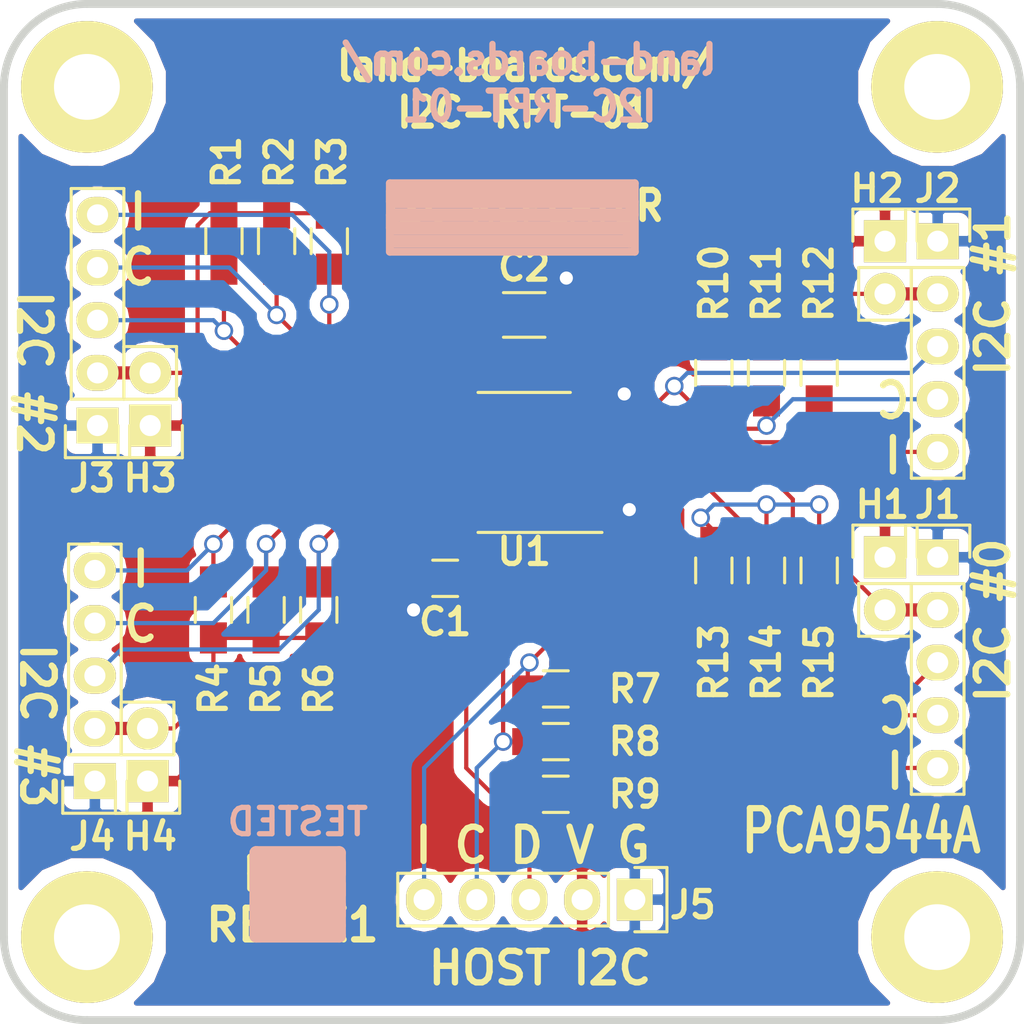
<source format=kicad_pcb>
(kicad_pcb (version 4) (host pcbnew "(after 2015-mar-04 BZR unknown)-product")

  (general
    (links 66)
    (no_connects 0)
    (area 154.809499 79.809499 204.190501 129.190501)
    (thickness 1.6002)
    (drawings 29)
    (tracks 176)
    (zones 0)
    (modules 35)
    (nets 22)
  )

  (page A4)
  (layers
    (0 Front signal)
    (31 Back signal)
    (36 B.SilkS user hide)
    (37 F.SilkS user)
    (38 B.Mask user)
    (39 F.Mask user)
    (40 Dwgs.User user hide)
    (41 Cmts.User user hide)
    (44 Edge.Cuts user)
  )

  (setup
    (last_trace_width 0.2032)
    (user_trace_width 0.635)
    (trace_clearance 0.254)
    (zone_clearance 0.508)
    (zone_45_only no)
    (trace_min 0.2032)
    (segment_width 0.381)
    (edge_width 0.381)
    (via_size 0.889)
    (via_drill 0.635)
    (via_min_size 0.889)
    (via_min_drill 0.508)
    (uvia_size 0.508)
    (uvia_drill 0.127)
    (uvias_allowed no)
    (uvia_min_size 0.508)
    (uvia_min_drill 0.127)
    (pcb_text_width 0.3048)
    (pcb_text_size 1.524 2.032)
    (mod_edge_width 0.381)
    (mod_text_size 1.27 1.27)
    (mod_text_width 0.254)
    (pad_size 1.6764 1.6764)
    (pad_drill 0.8128)
    (pad_to_mask_clearance 0.254)
    (aux_axis_origin 0 0)
    (visible_elements 7FFFFF7F)
    (pcbplotparams
      (layerselection 0x010f0_80000001)
      (usegerberextensions true)
      (excludeedgelayer true)
      (linewidth 0.150000)
      (plotframeref false)
      (viasonmask false)
      (mode 1)
      (useauxorigin false)
      (hpglpennumber 1)
      (hpglpenspeed 20)
      (hpglpendiameter 15)
      (hpglpenoverlay 0)
      (psnegative false)
      (psa4output false)
      (plotreference true)
      (plotvalue false)
      (plotinvisibletext false)
      (padsonsilk false)
      (subtractmaskfromsilk false)
      (outputformat 1)
      (mirror false)
      (drillshape 0)
      (scaleselection 1)
      (outputdirectory plots/))
  )

  (net 0 "")
  (net 1 "Net-(H1-Pad2)")
  (net 2 "Net-(H2-Pad2)")
  (net 3 "Net-(H3-Pad2)")
  (net 4 "Net-(H4-Pad2)")
  (net 5 GND)
  (net 6 "Net-(J1-Pad3)")
  (net 7 "Net-(J1-Pad4)")
  (net 8 "Net-(J2-Pad3)")
  (net 9 "Net-(J2-Pad4)")
  (net 10 "Net-(J3-Pad3)")
  (net 11 "Net-(J3-Pad4)")
  (net 12 "Net-(J4-Pad3)")
  (net 13 "Net-(J4-Pad4)")
  (net 14 /~IH)
  (net 15 /~I0)
  (net 16 /~I1)
  (net 17 /~I2)
  (net 18 /~I3)
  (net 19 /PWR)
  (net 20 "Net-(J5-Pad3)")
  (net 21 "Net-(J5-Pad4)")

  (net_class Default "This is the default net class."
    (clearance 0.254)
    (trace_width 0.2032)
    (via_dia 0.889)
    (via_drill 0.635)
    (uvia_dia 0.508)
    (uvia_drill 0.127)
    (add_net /PWR)
    (add_net /~I0)
    (add_net /~I1)
    (add_net /~I2)
    (add_net /~I3)
    (add_net /~IH)
    (add_net GND)
    (add_net "Net-(H1-Pad2)")
    (add_net "Net-(H2-Pad2)")
    (add_net "Net-(H3-Pad2)")
    (add_net "Net-(H4-Pad2)")
    (add_net "Net-(J1-Pad3)")
    (add_net "Net-(J1-Pad4)")
    (add_net "Net-(J2-Pad3)")
    (add_net "Net-(J2-Pad4)")
    (add_net "Net-(J3-Pad3)")
    (add_net "Net-(J3-Pad4)")
    (add_net "Net-(J4-Pad3)")
    (add_net "Net-(J4-Pad4)")
    (add_net "Net-(J5-Pad3)")
    (add_net "Net-(J5-Pad4)")
  )

  (module FIDUCIAL (layer Front) (tedit 518BF783) (tstamp 557AF8C2)
    (at 194.31 125.73)
    (path /537A5EE1)
    (fp_text reference FID1 (at 0 2.3495) (layer F.SilkS) hide
      (effects (font (size 1.27 1.27) (thickness 0.254)))
    )
    (fp_text value ADAFRUIT_FIDUCIAL (at 0.127 -2.794) (layer F.SilkS) hide
      (effects (font (size 1.016 1.016) (thickness 0.2032)))
    )
    (pad 1 smd circle (at 0 0) (size 1 1) (layers Front F.Mask)
      (solder_mask_margin 1) (clearance 1))
  )

  (module FIDUCIAL (layer Front) (tedit 518BF783) (tstamp 557AF8C7)
    (at 165.1 83.312)
    (path /537A5ED2)
    (fp_text reference FID2 (at 0 2.3495) (layer F.SilkS) hide
      (effects (font (size 1.27 1.27) (thickness 0.254)))
    )
    (fp_text value ADAFRUIT_FIDUCIAL (at 0.127 -2.794) (layer F.SilkS) hide
      (effects (font (size 1.016 1.016) (thickness 0.2032)))
    )
    (pad 1 smd circle (at 0 0) (size 1 1) (layers Front F.Mask)
      (solder_mask_margin 1) (clearance 1))
  )

  (module REV_BLOCK (layer Back) (tedit 50F8397A) (tstamp 557AFABA)
    (at 179.07 90.17)
    (path /537A64A5)
    (fp_text reference ST1 (at 0.508 -3.429) (layer B.SilkS) hide
      (effects (font (size 1.27 1.27) (thickness 0.254)) (justify mirror))
    )
    (fp_text value CONN_1 (at 1.143 -5.715) (layer B.SilkS) hide
      (effects (font (thickness 0.3048)) (justify mirror))
    )
    (fp_line (start -5.334 1.27) (end 6.096 1.27) (layer B.SilkS) (width 0.635))
    (fp_line (start 6.096 1.27) (end 6.096 0.635) (layer B.SilkS) (width 0.635))
    (fp_line (start 6.096 0.635) (end -5.334 0.635) (layer B.SilkS) (width 0.635))
    (fp_line (start -5.334 0.635) (end -5.334 0) (layer B.SilkS) (width 0.635))
    (fp_line (start -5.334 0) (end 6.223 0) (layer B.SilkS) (width 0.635))
    (fp_line (start 6.223 0) (end 6.223 -0.635) (layer B.SilkS) (width 0.635))
    (fp_line (start 6.223 -0.635) (end -5.334 -0.635) (layer B.SilkS) (width 0.635))
    (fp_line (start -5.334 -0.635) (end -5.334 -1.143) (layer B.SilkS) (width 0.635))
    (fp_line (start -5.334 -1.143) (end 6.096 -1.143) (layer B.SilkS) (width 0.635))
    (fp_line (start 6.35 1.778) (end -5.461 1.778) (layer B.SilkS) (width 0.381))
    (fp_line (start -5.461 1.778) (end -5.461 -1.524) (layer B.SilkS) (width 0.381))
    (fp_line (start -5.461 -1.524) (end 6.35 -1.524) (layer B.SilkS) (width 0.381))
    (fp_line (start 6.35 -1.524) (end 6.35 1.778) (layer B.SilkS) (width 0.381))
  )

  (module Resistors_SMD:R_0805_HandSoldering (layer Front) (tedit 55B7B211) (tstamp 557B0568)
    (at 181.61 113.03 180)
    (descr "Resistor SMD 0805, hand soldering")
    (tags "resistor 0805")
    (path /55B8025E)
    (attr smd)
    (fp_text reference R7 (at -3.81 0 180) (layer F.SilkS)
      (effects (font (size 1.27 1.27) (thickness 0.254)))
    )
    (fp_text value 3.3K (at 0 2.1 180) (layer F.SilkS) hide
      (effects (font (size 1 1) (thickness 0.15)))
    )
    (fp_line (start -2.4 -1) (end 2.4 -1) (layer F.CrtYd) (width 0.05))
    (fp_line (start -2.4 1) (end 2.4 1) (layer F.CrtYd) (width 0.05))
    (fp_line (start -2.4 -1) (end -2.4 1) (layer F.CrtYd) (width 0.05))
    (fp_line (start 2.4 -1) (end 2.4 1) (layer F.CrtYd) (width 0.05))
    (fp_line (start 0.6 0.875) (end -0.6 0.875) (layer F.SilkS) (width 0.15))
    (fp_line (start -0.6 -0.875) (end 0.6 -0.875) (layer F.SilkS) (width 0.15))
    (pad 1 smd rect (at -1.35 0 180) (size 1.5 1.3) (layers Front F.Mask)
      (net 19 /PWR))
    (pad 2 smd rect (at 1.35 0 180) (size 1.5 1.3) (layers Front F.Mask)
      (net 14 /~IH))
    (model Resistors_SMD.3dshapes/R_0805_HandSoldering.wrl
      (at (xyz 0 0 0))
      (scale (xyz 1 1 1))
      (rotate (xyz 0 0 0))
    )
  )

  (module Resistors_SMD:R_0805_HandSoldering (layer Front) (tedit 55B7B20F) (tstamp 557B0573)
    (at 181.61 115.57 180)
    (descr "Resistor SMD 0805, hand soldering")
    (tags "resistor 0805")
    (path /55B8022E)
    (attr smd)
    (fp_text reference R8 (at -3.81 0 180) (layer F.SilkS)
      (effects (font (size 1.27 1.27) (thickness 0.254)))
    )
    (fp_text value 3.3K (at 0 2.1 180) (layer F.SilkS) hide
      (effects (font (size 1 1) (thickness 0.15)))
    )
    (fp_line (start -2.4 -1) (end 2.4 -1) (layer F.CrtYd) (width 0.05))
    (fp_line (start -2.4 1) (end 2.4 1) (layer F.CrtYd) (width 0.05))
    (fp_line (start -2.4 -1) (end -2.4 1) (layer F.CrtYd) (width 0.05))
    (fp_line (start 2.4 -1) (end 2.4 1) (layer F.CrtYd) (width 0.05))
    (fp_line (start 0.6 0.875) (end -0.6 0.875) (layer F.SilkS) (width 0.15))
    (fp_line (start -0.6 -0.875) (end 0.6 -0.875) (layer F.SilkS) (width 0.15))
    (pad 1 smd rect (at -1.35 0 180) (size 1.5 1.3) (layers Front F.Mask)
      (net 19 /PWR))
    (pad 2 smd rect (at 1.35 0 180) (size 1.5 1.3) (layers Front F.Mask)
      (net 21 "Net-(J5-Pad4)"))
    (model Resistors_SMD.3dshapes/R_0805_HandSoldering.wrl
      (at (xyz 0 0 0))
      (scale (xyz 1 1 1))
      (rotate (xyz 0 0 0))
    )
  )

  (module Resistors_SMD:R_0805_HandSoldering (layer Front) (tedit 55B7B214) (tstamp 557B057E)
    (at 181.61 118.11 180)
    (descr "Resistor SMD 0805, hand soldering")
    (tags "resistor 0805")
    (path /55B80175)
    (attr smd)
    (fp_text reference R9 (at -3.81 0 360) (layer F.SilkS)
      (effects (font (size 1.27 1.27) (thickness 0.254)))
    )
    (fp_text value 3.3K (at 0 2.1 180) (layer F.SilkS) hide
      (effects (font (size 1 1) (thickness 0.15)))
    )
    (fp_line (start -2.4 -1) (end 2.4 -1) (layer F.CrtYd) (width 0.05))
    (fp_line (start -2.4 1) (end 2.4 1) (layer F.CrtYd) (width 0.05))
    (fp_line (start -2.4 -1) (end -2.4 1) (layer F.CrtYd) (width 0.05))
    (fp_line (start 2.4 -1) (end 2.4 1) (layer F.CrtYd) (width 0.05))
    (fp_line (start 0.6 0.875) (end -0.6 0.875) (layer F.SilkS) (width 0.15))
    (fp_line (start -0.6 -0.875) (end 0.6 -0.875) (layer F.SilkS) (width 0.15))
    (pad 1 smd rect (at -1.35 0 180) (size 1.5 1.3) (layers Front F.Mask)
      (net 19 /PWR))
    (pad 2 smd rect (at 1.35 0 180) (size 1.5 1.3) (layers Front F.Mask)
      (net 20 "Net-(J5-Pad3)"))
    (model Resistors_SMD.3dshapes/R_0805_HandSoldering.wrl
      (at (xyz 0 0 0))
      (scale (xyz 1 1 1))
      (rotate (xyz 0 0 0))
    )
  )

  (module Resistors_SMD:R_0805_HandSoldering (layer Front) (tedit 55B7B53C) (tstamp 557B0589)
    (at 189.23 107.315 270)
    (descr "Resistor SMD 0805, hand soldering")
    (tags "resistor 0805")
    (path /55B950DE)
    (attr smd)
    (fp_text reference R13 (at 4.445 0 270) (layer F.SilkS)
      (effects (font (size 1.27 1.27) (thickness 0.254)))
    )
    (fp_text value 3.3K (at 0 2.1 270) (layer F.SilkS) hide
      (effects (font (size 1 1) (thickness 0.15)))
    )
    (fp_line (start -2.4 -1) (end 2.4 -1) (layer F.CrtYd) (width 0.05))
    (fp_line (start -2.4 1) (end 2.4 1) (layer F.CrtYd) (width 0.05))
    (fp_line (start -2.4 -1) (end -2.4 1) (layer F.CrtYd) (width 0.05))
    (fp_line (start 2.4 -1) (end 2.4 1) (layer F.CrtYd) (width 0.05))
    (fp_line (start 0.6 0.875) (end -0.6 0.875) (layer F.SilkS) (width 0.15))
    (fp_line (start -0.6 -0.875) (end 0.6 -0.875) (layer F.SilkS) (width 0.15))
    (pad 1 smd rect (at -1.35 0 270) (size 1.5 1.3) (layers Front F.Mask)
      (net 1 "Net-(H1-Pad2)"))
    (pad 2 smd rect (at 1.35 0 270) (size 1.5 1.3) (layers Front F.Mask)
      (net 15 /~I0))
    (model Resistors_SMD.3dshapes/R_0805_HandSoldering.wrl
      (at (xyz 0 0 0))
      (scale (xyz 1 1 1))
      (rotate (xyz 0 0 0))
    )
  )

  (module Resistors_SMD:R_0805_HandSoldering (layer Front) (tedit 55B7B54B) (tstamp 557B0594)
    (at 194.31 97.79 270)
    (descr "Resistor SMD 0805, hand soldering")
    (tags "resistor 0805")
    (path /55B95869)
    (attr smd)
    (fp_text reference R12 (at -4.318 0 270) (layer F.SilkS)
      (effects (font (size 1.27 1.27) (thickness 0.254)))
    )
    (fp_text value 3.3K (at 0 2.1 270) (layer F.SilkS) hide
      (effects (font (size 1 1) (thickness 0.15)))
    )
    (fp_line (start -2.4 -1) (end 2.4 -1) (layer F.CrtYd) (width 0.05))
    (fp_line (start -2.4 1) (end 2.4 1) (layer F.CrtYd) (width 0.05))
    (fp_line (start -2.4 -1) (end -2.4 1) (layer F.CrtYd) (width 0.05))
    (fp_line (start 2.4 -1) (end 2.4 1) (layer F.CrtYd) (width 0.05))
    (fp_line (start 0.6 0.875) (end -0.6 0.875) (layer F.SilkS) (width 0.15))
    (fp_line (start -0.6 -0.875) (end 0.6 -0.875) (layer F.SilkS) (width 0.15))
    (pad 1 smd rect (at -1.35 0 270) (size 1.5 1.3) (layers Front F.Mask)
      (net 2 "Net-(H2-Pad2)"))
    (pad 2 smd rect (at 1.35 0 270) (size 1.5 1.3) (layers Front F.Mask)
      (net 16 /~I1))
    (model Resistors_SMD.3dshapes/R_0805_HandSoldering.wrl
      (at (xyz 0 0 0))
      (scale (xyz 1 1 1))
      (rotate (xyz 0 0 0))
    )
  )

  (module Resistors_SMD:R_0805_HandSoldering (layer Front) (tedit 55B7B52D) (tstamp 557B059F)
    (at 170.688 91.44 270)
    (descr "Resistor SMD 0805, hand soldering")
    (tags "resistor 0805")
    (path /55B95AC0)
    (attr smd)
    (fp_text reference R3 (at -3.81 -0.127 450) (layer F.SilkS)
      (effects (font (size 1.27 1.27) (thickness 0.254)))
    )
    (fp_text value 3.3K (at 0 2.1 270) (layer F.SilkS) hide
      (effects (font (size 1 1) (thickness 0.15)))
    )
    (fp_line (start -2.4 -1) (end 2.4 -1) (layer F.CrtYd) (width 0.05))
    (fp_line (start -2.4 1) (end 2.4 1) (layer F.CrtYd) (width 0.05))
    (fp_line (start -2.4 -1) (end -2.4 1) (layer F.CrtYd) (width 0.05))
    (fp_line (start 2.4 -1) (end 2.4 1) (layer F.CrtYd) (width 0.05))
    (fp_line (start 0.6 0.875) (end -0.6 0.875) (layer F.SilkS) (width 0.15))
    (fp_line (start -0.6 -0.875) (end 0.6 -0.875) (layer F.SilkS) (width 0.15))
    (pad 1 smd rect (at -1.35 0 270) (size 1.5 1.3) (layers Front F.Mask)
      (net 3 "Net-(H3-Pad2)"))
    (pad 2 smd rect (at 1.35 0 270) (size 1.5 1.3) (layers Front F.Mask)
      (net 17 /~I2))
    (model Resistors_SMD.3dshapes/R_0805_HandSoldering.wrl
      (at (xyz 0 0 0))
      (scale (xyz 1 1 1))
      (rotate (xyz 0 0 0))
    )
  )

  (module Resistors_SMD:R_0805_HandSoldering (layer Front) (tedit 55B7B531) (tstamp 557B05AA)
    (at 165.1 109.22 90)
    (descr "Resistor SMD 0805, hand soldering")
    (tags "resistor 0805")
    (path /55B95D73)
    (attr smd)
    (fp_text reference R4 (at -3.81 0 90) (layer F.SilkS)
      (effects (font (size 1.27 1.27) (thickness 0.254)))
    )
    (fp_text value 3.3K (at 0 2.1 90) (layer F.SilkS) hide
      (effects (font (size 1 1) (thickness 0.15)))
    )
    (fp_line (start -2.4 -1) (end 2.4 -1) (layer F.CrtYd) (width 0.05))
    (fp_line (start -2.4 1) (end 2.4 1) (layer F.CrtYd) (width 0.05))
    (fp_line (start -2.4 -1) (end -2.4 1) (layer F.CrtYd) (width 0.05))
    (fp_line (start 2.4 -1) (end 2.4 1) (layer F.CrtYd) (width 0.05))
    (fp_line (start 0.6 0.875) (end -0.6 0.875) (layer F.SilkS) (width 0.15))
    (fp_line (start -0.6 -0.875) (end 0.6 -0.875) (layer F.SilkS) (width 0.15))
    (pad 1 smd rect (at -1.35 0 90) (size 1.5 1.3) (layers Front F.Mask)
      (net 4 "Net-(H4-Pad2)"))
    (pad 2 smd rect (at 1.35 0 90) (size 1.5 1.3) (layers Front F.Mask)
      (net 18 /~I3))
    (model Resistors_SMD.3dshapes/R_0805_HandSoldering.wrl
      (at (xyz 0 0 0))
      (scale (xyz 1 1 1))
      (rotate (xyz 0 0 0))
    )
  )

  (module Resistors_SMD:R_0805_HandSoldering (layer Front) (tedit 55B7B53E) (tstamp 557B05B5)
    (at 191.77 107.315 270)
    (descr "Resistor SMD 0805, hand soldering")
    (tags "resistor 0805")
    (path /55B950D8)
    (attr smd)
    (fp_text reference R14 (at 4.445 0 270) (layer F.SilkS)
      (effects (font (size 1.27 1.27) (thickness 0.254)))
    )
    (fp_text value 3.3K (at 0 2.1 270) (layer F.SilkS) hide
      (effects (font (size 1 1) (thickness 0.15)))
    )
    (fp_line (start -2.4 -1) (end 2.4 -1) (layer F.CrtYd) (width 0.05))
    (fp_line (start -2.4 1) (end 2.4 1) (layer F.CrtYd) (width 0.05))
    (fp_line (start -2.4 -1) (end -2.4 1) (layer F.CrtYd) (width 0.05))
    (fp_line (start 2.4 -1) (end 2.4 1) (layer F.CrtYd) (width 0.05))
    (fp_line (start 0.6 0.875) (end -0.6 0.875) (layer F.SilkS) (width 0.15))
    (fp_line (start -0.6 -0.875) (end 0.6 -0.875) (layer F.SilkS) (width 0.15))
    (pad 1 smd rect (at -1.35 0 270) (size 1.5 1.3) (layers Front F.Mask)
      (net 1 "Net-(H1-Pad2)"))
    (pad 2 smd rect (at 1.35 0 270) (size 1.5 1.3) (layers Front F.Mask)
      (net 7 "Net-(J1-Pad4)"))
    (model Resistors_SMD.3dshapes/R_0805_HandSoldering.wrl
      (at (xyz 0 0 0))
      (scale (xyz 1 1 1))
      (rotate (xyz 0 0 0))
    )
  )

  (module Resistors_SMD:R_0805_HandSoldering (layer Front) (tedit 55B7B549) (tstamp 557B05C0)
    (at 191.77 97.79 270)
    (descr "Resistor SMD 0805, hand soldering")
    (tags "resistor 0805")
    (path /55B95863)
    (attr smd)
    (fp_text reference R11 (at -4.318 0 450) (layer F.SilkS)
      (effects (font (size 1.27 1.27) (thickness 0.254)))
    )
    (fp_text value 3.3K (at 0 2.1 270) (layer F.SilkS) hide
      (effects (font (size 1 1) (thickness 0.15)))
    )
    (fp_line (start -2.4 -1) (end 2.4 -1) (layer F.CrtYd) (width 0.05))
    (fp_line (start -2.4 1) (end 2.4 1) (layer F.CrtYd) (width 0.05))
    (fp_line (start -2.4 -1) (end -2.4 1) (layer F.CrtYd) (width 0.05))
    (fp_line (start 2.4 -1) (end 2.4 1) (layer F.CrtYd) (width 0.05))
    (fp_line (start 0.6 0.875) (end -0.6 0.875) (layer F.SilkS) (width 0.15))
    (fp_line (start -0.6 -0.875) (end 0.6 -0.875) (layer F.SilkS) (width 0.15))
    (pad 1 smd rect (at -1.35 0 270) (size 1.5 1.3) (layers Front F.Mask)
      (net 2 "Net-(H2-Pad2)"))
    (pad 2 smd rect (at 1.35 0 270) (size 1.5 1.3) (layers Front F.Mask)
      (net 9 "Net-(J2-Pad4)"))
    (model Resistors_SMD.3dshapes/R_0805_HandSoldering.wrl
      (at (xyz 0 0 0))
      (scale (xyz 1 1 1))
      (rotate (xyz 0 0 0))
    )
  )

  (module Resistors_SMD:R_0805_HandSoldering (layer Front) (tedit 55B7B52B) (tstamp 557B05CB)
    (at 168.148 91.44 270)
    (descr "Resistor SMD 0805, hand soldering")
    (tags "resistor 0805")
    (path /55B95ABA)
    (attr smd)
    (fp_text reference R2 (at -3.81 -0.127 270) (layer F.SilkS)
      (effects (font (size 1.27 1.27) (thickness 0.254)))
    )
    (fp_text value 3.3K (at 0 2.1 270) (layer F.SilkS) hide
      (effects (font (size 1 1) (thickness 0.15)))
    )
    (fp_line (start -2.4 -1) (end 2.4 -1) (layer F.CrtYd) (width 0.05))
    (fp_line (start -2.4 1) (end 2.4 1) (layer F.CrtYd) (width 0.05))
    (fp_line (start -2.4 -1) (end -2.4 1) (layer F.CrtYd) (width 0.05))
    (fp_line (start 2.4 -1) (end 2.4 1) (layer F.CrtYd) (width 0.05))
    (fp_line (start 0.6 0.875) (end -0.6 0.875) (layer F.SilkS) (width 0.15))
    (fp_line (start -0.6 -0.875) (end 0.6 -0.875) (layer F.SilkS) (width 0.15))
    (pad 1 smd rect (at -1.35 0 270) (size 1.5 1.3) (layers Front F.Mask)
      (net 3 "Net-(H3-Pad2)"))
    (pad 2 smd rect (at 1.35 0 270) (size 1.5 1.3) (layers Front F.Mask)
      (net 11 "Net-(J3-Pad4)"))
    (model Resistors_SMD.3dshapes/R_0805_HandSoldering.wrl
      (at (xyz 0 0 0))
      (scale (xyz 1 1 1))
      (rotate (xyz 0 0 0))
    )
  )

  (module Resistors_SMD:R_0805_HandSoldering (layer Front) (tedit 55B7B533) (tstamp 557B05D6)
    (at 167.64 109.22 90)
    (descr "Resistor SMD 0805, hand soldering")
    (tags "resistor 0805")
    (path /55B95D6D)
    (attr smd)
    (fp_text reference R5 (at -3.81 0 90) (layer F.SilkS)
      (effects (font (size 1.27 1.27) (thickness 0.254)))
    )
    (fp_text value 3.3K (at 0 2.1 90) (layer F.SilkS) hide
      (effects (font (size 1 1) (thickness 0.15)))
    )
    (fp_line (start -2.4 -1) (end 2.4 -1) (layer F.CrtYd) (width 0.05))
    (fp_line (start -2.4 1) (end 2.4 1) (layer F.CrtYd) (width 0.05))
    (fp_line (start -2.4 -1) (end -2.4 1) (layer F.CrtYd) (width 0.05))
    (fp_line (start 2.4 -1) (end 2.4 1) (layer F.CrtYd) (width 0.05))
    (fp_line (start 0.6 0.875) (end -0.6 0.875) (layer F.SilkS) (width 0.15))
    (fp_line (start -0.6 -0.875) (end 0.6 -0.875) (layer F.SilkS) (width 0.15))
    (pad 1 smd rect (at -1.35 0 90) (size 1.5 1.3) (layers Front F.Mask)
      (net 4 "Net-(H4-Pad2)"))
    (pad 2 smd rect (at 1.35 0 90) (size 1.5 1.3) (layers Front F.Mask)
      (net 13 "Net-(J4-Pad4)"))
    (model Resistors_SMD.3dshapes/R_0805_HandSoldering.wrl
      (at (xyz 0 0 0))
      (scale (xyz 1 1 1))
      (rotate (xyz 0 0 0))
    )
  )

  (module Resistors_SMD:R_0805_HandSoldering (layer Front) (tedit 55B7B540) (tstamp 557B05E1)
    (at 194.31 107.315 270)
    (descr "Resistor SMD 0805, hand soldering")
    (tags "resistor 0805")
    (path /55B950D2)
    (attr smd)
    (fp_text reference R15 (at 4.445 0 450) (layer F.SilkS)
      (effects (font (size 1.27 1.27) (thickness 0.254)))
    )
    (fp_text value 3.3K (at 0 2.1 270) (layer F.SilkS) hide
      (effects (font (size 1 1) (thickness 0.15)))
    )
    (fp_line (start -2.4 -1) (end 2.4 -1) (layer F.CrtYd) (width 0.05))
    (fp_line (start -2.4 1) (end 2.4 1) (layer F.CrtYd) (width 0.05))
    (fp_line (start -2.4 -1) (end -2.4 1) (layer F.CrtYd) (width 0.05))
    (fp_line (start 2.4 -1) (end 2.4 1) (layer F.CrtYd) (width 0.05))
    (fp_line (start 0.6 0.875) (end -0.6 0.875) (layer F.SilkS) (width 0.15))
    (fp_line (start -0.6 -0.875) (end 0.6 -0.875) (layer F.SilkS) (width 0.15))
    (pad 1 smd rect (at -1.35 0 270) (size 1.5 1.3) (layers Front F.Mask)
      (net 1 "Net-(H1-Pad2)"))
    (pad 2 smd rect (at 1.35 0 270) (size 1.5 1.3) (layers Front F.Mask)
      (net 6 "Net-(J1-Pad3)"))
    (model Resistors_SMD.3dshapes/R_0805_HandSoldering.wrl
      (at (xyz 0 0 0))
      (scale (xyz 1 1 1))
      (rotate (xyz 0 0 0))
    )
  )

  (module MTG-4-40 (layer Front) (tedit 53F3AE25) (tstamp 557B0E94)
    (at 159 84)
    (path /537A5CA4)
    (clearance 0.635)
    (fp_text reference MTG1 (at -6.858 -0.635) (layer F.SilkS) hide
      (effects (font (size 1.27 1.27) (thickness 0.254)))
    )
    (fp_text value MTG_HOLE (at 0 -5.08) (layer F.SilkS) hide
      (effects (font (thickness 0.3048)))
    )
    (pad 1 thru_hole circle (at 0 0) (size 6.35 6.35) (drill 3.175) (layers *.Cu *.Mask F.SilkS))
  )

  (module MTG-4-40 (layer Front) (tedit 53F3AE25) (tstamp 557B0E98)
    (at 200 84)
    (path /538F7580)
    (clearance 0.635)
    (fp_text reference MTG3 (at -6.858 -0.635) (layer F.SilkS) hide
      (effects (font (size 1.27 1.27) (thickness 0.254)))
    )
    (fp_text value MTG_HOLE (at 0 -5.08) (layer F.SilkS) hide
      (effects (font (thickness 0.3048)))
    )
    (pad 1 thru_hole circle (at 0 0) (size 6.35 6.35) (drill 3.175) (layers *.Cu *.Mask F.SilkS))
  )

  (module MTG-4-40 (layer Front) (tedit 53F3AE25) (tstamp 557B0E9C)
    (at 159 125)
    (path /538F757A)
    (clearance 0.635)
    (fp_text reference MTG2 (at -6.858 -0.635) (layer F.SilkS) hide
      (effects (font (size 1.27 1.27) (thickness 0.254)))
    )
    (fp_text value MTG_HOLE (at 0 -5.08) (layer F.SilkS) hide
      (effects (font (thickness 0.3048)))
    )
    (pad 1 thru_hole circle (at 0 0) (size 6.35 6.35) (drill 3.175) (layers *.Cu *.Mask F.SilkS))
  )

  (module MTG-4-40 (layer Front) (tedit 53F3AE25) (tstamp 557B0EA0)
    (at 200 125)
    (path /538F7586)
    (clearance 0.635)
    (fp_text reference MTG4 (at -6.858 -0.635) (layer F.SilkS) hide
      (effects (font (size 1.27 1.27) (thickness 0.254)))
    )
    (fp_text value MTG_HOLE (at 0 -5.08) (layer F.SilkS) hide
      (effects (font (thickness 0.3048)))
    )
    (pad 1 thru_hole circle (at 0 0) (size 6.35 6.35) (drill 3.175) (layers *.Cu *.Mask F.SilkS))
  )

  (module Pin_Headers:Pin_Header_Straight_1x05 (layer Front) (tedit 55B7B190) (tstamp 55B782E8)
    (at 200.025 106.68)
    (descr "Through hole pin header")
    (tags "pin header")
    (path /55B80DC0)
    (fp_text reference J1 (at 0 -2.54) (layer F.SilkS)
      (effects (font (size 1.27 1.27) (thickness 0.254)))
    )
    (fp_text value I2CINT-5PIN (at 0 -3.1) (layer F.SilkS) hide
      (effects (font (size 1 1) (thickness 0.15)))
    )
    (fp_line (start -1.55 0) (end -1.55 -1.55) (layer F.SilkS) (width 0.15))
    (fp_line (start -1.55 -1.55) (end 1.55 -1.55) (layer F.SilkS) (width 0.15))
    (fp_line (start 1.55 -1.55) (end 1.55 0) (layer F.SilkS) (width 0.15))
    (fp_line (start -1.75 -1.75) (end -1.75 11.95) (layer F.CrtYd) (width 0.05))
    (fp_line (start 1.75 -1.75) (end 1.75 11.95) (layer F.CrtYd) (width 0.05))
    (fp_line (start -1.75 -1.75) (end 1.75 -1.75) (layer F.CrtYd) (width 0.05))
    (fp_line (start -1.75 11.95) (end 1.75 11.95) (layer F.CrtYd) (width 0.05))
    (fp_line (start 1.27 1.27) (end 1.27 11.43) (layer F.SilkS) (width 0.15))
    (fp_line (start 1.27 11.43) (end -1.27 11.43) (layer F.SilkS) (width 0.15))
    (fp_line (start -1.27 11.43) (end -1.27 1.27) (layer F.SilkS) (width 0.15))
    (fp_line (start 1.27 1.27) (end -1.27 1.27) (layer F.SilkS) (width 0.15))
    (pad 1 thru_hole rect (at 0 0) (size 2.032 1.7272) (drill 1.016) (layers *.Cu *.Mask F.SilkS)
      (net 5 GND))
    (pad 2 thru_hole oval (at 0 2.54) (size 2.032 1.7272) (drill 1.016) (layers *.Cu *.Mask F.SilkS)
      (net 1 "Net-(H1-Pad2)"))
    (pad 3 thru_hole oval (at 0 5.08) (size 2.032 1.7272) (drill 1.016) (layers *.Cu *.Mask F.SilkS)
      (net 6 "Net-(J1-Pad3)"))
    (pad 4 thru_hole oval (at 0 7.62) (size 2.032 1.7272) (drill 1.016) (layers *.Cu *.Mask F.SilkS)
      (net 7 "Net-(J1-Pad4)"))
    (pad 5 thru_hole oval (at 0 10.16) (size 2.032 1.7272) (drill 1.016) (layers *.Cu *.Mask F.SilkS)
      (net 15 /~I0))
    (model Pin_Headers.3dshapes/Pin_Header_Straight_1x05.wrl
      (at (xyz 0 -0.2 0))
      (scale (xyz 1 1 1))
      (rotate (xyz 0 0 90))
    )
  )

  (module Pin_Headers:Pin_Header_Straight_1x05 (layer Front) (tedit 55B7ADB7) (tstamp 55B782FC)
    (at 200.025 91.44)
    (descr "Through hole pin header")
    (tags "pin header")
    (path /55B82EC0)
    (fp_text reference J2 (at 0 -2.54) (layer F.SilkS)
      (effects (font (size 1.27 1.27) (thickness 0.254)))
    )
    (fp_text value I2CINT-5PIN (at 0 -3.1) (layer F.SilkS) hide
      (effects (font (size 1 1) (thickness 0.15)))
    )
    (fp_line (start -1.55 0) (end -1.55 -1.55) (layer F.SilkS) (width 0.15))
    (fp_line (start -1.55 -1.55) (end 1.55 -1.55) (layer F.SilkS) (width 0.15))
    (fp_line (start 1.55 -1.55) (end 1.55 0) (layer F.SilkS) (width 0.15))
    (fp_line (start -1.75 -1.75) (end -1.75 11.95) (layer F.CrtYd) (width 0.05))
    (fp_line (start 1.75 -1.75) (end 1.75 11.95) (layer F.CrtYd) (width 0.05))
    (fp_line (start -1.75 -1.75) (end 1.75 -1.75) (layer F.CrtYd) (width 0.05))
    (fp_line (start -1.75 11.95) (end 1.75 11.95) (layer F.CrtYd) (width 0.05))
    (fp_line (start 1.27 1.27) (end 1.27 11.43) (layer F.SilkS) (width 0.15))
    (fp_line (start 1.27 11.43) (end -1.27 11.43) (layer F.SilkS) (width 0.15))
    (fp_line (start -1.27 11.43) (end -1.27 1.27) (layer F.SilkS) (width 0.15))
    (fp_line (start 1.27 1.27) (end -1.27 1.27) (layer F.SilkS) (width 0.15))
    (pad 1 thru_hole rect (at 0 0) (size 2.032 1.7272) (drill 1.016) (layers *.Cu *.Mask F.SilkS)
      (net 5 GND))
    (pad 2 thru_hole oval (at 0 2.54) (size 2.032 1.7272) (drill 1.016) (layers *.Cu *.Mask F.SilkS)
      (net 2 "Net-(H2-Pad2)"))
    (pad 3 thru_hole oval (at 0 5.08) (size 2.032 1.7272) (drill 1.016) (layers *.Cu *.Mask F.SilkS)
      (net 8 "Net-(J2-Pad3)"))
    (pad 4 thru_hole oval (at 0 7.62) (size 2.032 1.7272) (drill 1.016) (layers *.Cu *.Mask F.SilkS)
      (net 9 "Net-(J2-Pad4)"))
    (pad 5 thru_hole oval (at 0 10.16) (size 2.032 1.7272) (drill 1.016) (layers *.Cu *.Mask F.SilkS)
      (net 16 /~I1))
    (model Pin_Headers.3dshapes/Pin_Header_Straight_1x05.wrl
      (at (xyz 0 -0.2 0))
      (scale (xyz 1 1 1))
      (rotate (xyz 0 0 90))
    )
  )

  (module Pin_Headers:Pin_Header_Straight_1x05 (layer Front) (tedit 55BCD10D) (tstamp 55B78310)
    (at 159.512 100.33 180)
    (descr "Through hole pin header")
    (tags "pin header")
    (path /55B84F02)
    (fp_text reference J3 (at 0.254 -2.54 180) (layer F.SilkS)
      (effects (font (size 1.27 1.27) (thickness 0.254)))
    )
    (fp_text value I2CINT-5PIN (at 0 -3.1 180) (layer F.SilkS) hide
      (effects (font (size 1 1) (thickness 0.15)))
    )
    (fp_line (start -1.55 0) (end -1.55 -1.55) (layer F.SilkS) (width 0.15))
    (fp_line (start -1.55 -1.55) (end 1.55 -1.55) (layer F.SilkS) (width 0.15))
    (fp_line (start 1.55 -1.55) (end 1.55 0) (layer F.SilkS) (width 0.15))
    (fp_line (start -1.75 -1.75) (end -1.75 11.95) (layer F.CrtYd) (width 0.05))
    (fp_line (start 1.75 -1.75) (end 1.75 11.95) (layer F.CrtYd) (width 0.05))
    (fp_line (start -1.75 -1.75) (end 1.75 -1.75) (layer F.CrtYd) (width 0.05))
    (fp_line (start -1.75 11.95) (end 1.75 11.95) (layer F.CrtYd) (width 0.05))
    (fp_line (start 1.27 1.27) (end 1.27 11.43) (layer F.SilkS) (width 0.15))
    (fp_line (start 1.27 11.43) (end -1.27 11.43) (layer F.SilkS) (width 0.15))
    (fp_line (start -1.27 11.43) (end -1.27 1.27) (layer F.SilkS) (width 0.15))
    (fp_line (start 1.27 1.27) (end -1.27 1.27) (layer F.SilkS) (width 0.15))
    (pad 1 thru_hole rect (at 0 0 180) (size 2.032 1.7272) (drill 1.016) (layers *.Cu *.Mask F.SilkS)
      (net 5 GND))
    (pad 2 thru_hole oval (at 0 2.54 180) (size 2.032 1.7272) (drill 1.016) (layers *.Cu *.Mask F.SilkS)
      (net 3 "Net-(H3-Pad2)"))
    (pad 3 thru_hole oval (at 0 5.08 180) (size 2.032 1.7272) (drill 1.016) (layers *.Cu *.Mask F.SilkS)
      (net 10 "Net-(J3-Pad3)"))
    (pad 4 thru_hole oval (at 0 7.62 180) (size 2.032 1.7272) (drill 1.016) (layers *.Cu *.Mask F.SilkS)
      (net 11 "Net-(J3-Pad4)"))
    (pad 5 thru_hole oval (at 0 10.16 180) (size 2.032 1.7272) (drill 1.016) (layers *.Cu *.Mask F.SilkS)
      (net 17 /~I2))
    (model Pin_Headers.3dshapes/Pin_Header_Straight_1x05.wrl
      (at (xyz 0 -0.2 0))
      (scale (xyz 1 1 1))
      (rotate (xyz 0 0 90))
    )
  )

  (module Pin_Headers:Pin_Header_Straight_1x05 (layer Front) (tedit 55BCD0EE) (tstamp 55B78324)
    (at 159.385 117.475 180)
    (descr "Through hole pin header")
    (tags "pin header")
    (path /55B852D1)
    (fp_text reference J4 (at 0.127 -2.667 180) (layer F.SilkS)
      (effects (font (size 1.27 1.27) (thickness 0.254)))
    )
    (fp_text value I2CINT-5PIN (at 0 -3.1 180) (layer F.SilkS) hide
      (effects (font (size 1 1) (thickness 0.15)))
    )
    (fp_line (start -1.55 0) (end -1.55 -1.55) (layer F.SilkS) (width 0.15))
    (fp_line (start -1.55 -1.55) (end 1.55 -1.55) (layer F.SilkS) (width 0.15))
    (fp_line (start 1.55 -1.55) (end 1.55 0) (layer F.SilkS) (width 0.15))
    (fp_line (start -1.75 -1.75) (end -1.75 11.95) (layer F.CrtYd) (width 0.05))
    (fp_line (start 1.75 -1.75) (end 1.75 11.95) (layer F.CrtYd) (width 0.05))
    (fp_line (start -1.75 -1.75) (end 1.75 -1.75) (layer F.CrtYd) (width 0.05))
    (fp_line (start -1.75 11.95) (end 1.75 11.95) (layer F.CrtYd) (width 0.05))
    (fp_line (start 1.27 1.27) (end 1.27 11.43) (layer F.SilkS) (width 0.15))
    (fp_line (start 1.27 11.43) (end -1.27 11.43) (layer F.SilkS) (width 0.15))
    (fp_line (start -1.27 11.43) (end -1.27 1.27) (layer F.SilkS) (width 0.15))
    (fp_line (start 1.27 1.27) (end -1.27 1.27) (layer F.SilkS) (width 0.15))
    (pad 1 thru_hole rect (at 0 0 180) (size 2.032 1.7272) (drill 1.016) (layers *.Cu *.Mask F.SilkS)
      (net 5 GND))
    (pad 2 thru_hole oval (at 0 2.54 180) (size 2.032 1.7272) (drill 1.016) (layers *.Cu *.Mask F.SilkS)
      (net 4 "Net-(H4-Pad2)"))
    (pad 3 thru_hole oval (at 0 5.08 180) (size 2.032 1.7272) (drill 1.016) (layers *.Cu *.Mask F.SilkS)
      (net 12 "Net-(J4-Pad3)"))
    (pad 4 thru_hole oval (at 0 7.62 180) (size 2.032 1.7272) (drill 1.016) (layers *.Cu *.Mask F.SilkS)
      (net 13 "Net-(J4-Pad4)"))
    (pad 5 thru_hole oval (at 0 10.16 180) (size 2.032 1.7272) (drill 1.016) (layers *.Cu *.Mask F.SilkS)
      (net 18 /~I3))
    (model Pin_Headers.3dshapes/Pin_Header_Straight_1x05.wrl
      (at (xyz 0 -0.2 0))
      (scale (xyz 1 1 1))
      (rotate (xyz 0 0 90))
    )
  )

  (module Resistors_SMD:R_0805_HandSoldering (layer Front) (tedit 55B7B548) (tstamp 55B78344)
    (at 189.23 97.79 270)
    (descr "Resistor SMD 0805, hand soldering")
    (tags "resistor 0805")
    (path /55B9585D)
    (attr smd)
    (fp_text reference R10 (at -4.318 0 270) (layer F.SilkS)
      (effects (font (size 1.27 1.27) (thickness 0.254)))
    )
    (fp_text value 3.3K (at 0 2.1 270) (layer F.SilkS) hide
      (effects (font (size 1 1) (thickness 0.15)))
    )
    (fp_line (start -2.4 -1) (end 2.4 -1) (layer F.CrtYd) (width 0.05))
    (fp_line (start -2.4 1) (end 2.4 1) (layer F.CrtYd) (width 0.05))
    (fp_line (start -2.4 -1) (end -2.4 1) (layer F.CrtYd) (width 0.05))
    (fp_line (start 2.4 -1) (end 2.4 1) (layer F.CrtYd) (width 0.05))
    (fp_line (start 0.6 0.875) (end -0.6 0.875) (layer F.SilkS) (width 0.15))
    (fp_line (start -0.6 -0.875) (end 0.6 -0.875) (layer F.SilkS) (width 0.15))
    (pad 1 smd rect (at -1.35 0 270) (size 1.5 1.3) (layers Front F.Mask)
      (net 2 "Net-(H2-Pad2)"))
    (pad 2 smd rect (at 1.35 0 270) (size 1.5 1.3) (layers Front F.Mask)
      (net 8 "Net-(J2-Pad3)"))
    (model Resistors_SMD.3dshapes/R_0805_HandSoldering.wrl
      (at (xyz 0 0 0))
      (scale (xyz 1 1 1))
      (rotate (xyz 0 0 0))
    )
  )

  (module Resistors_SMD:R_0805_HandSoldering (layer Front) (tedit 55B7B52A) (tstamp 55B78350)
    (at 165.608 91.44 270)
    (descr "Resistor SMD 0805, hand soldering")
    (tags "resistor 0805")
    (path /55B95AB4)
    (attr smd)
    (fp_text reference R1 (at -3.81 -0.127 270) (layer F.SilkS)
      (effects (font (size 1.27 1.27) (thickness 0.254)))
    )
    (fp_text value 3.3K (at -2.54 0 360) (layer F.SilkS) hide
      (effects (font (size 1 1) (thickness 0.15)))
    )
    (fp_line (start -2.4 -1) (end 2.4 -1) (layer F.CrtYd) (width 0.05))
    (fp_line (start -2.4 1) (end 2.4 1) (layer F.CrtYd) (width 0.05))
    (fp_line (start -2.4 -1) (end -2.4 1) (layer F.CrtYd) (width 0.05))
    (fp_line (start 2.4 -1) (end 2.4 1) (layer F.CrtYd) (width 0.05))
    (fp_line (start 0.6 0.875) (end -0.6 0.875) (layer F.SilkS) (width 0.15))
    (fp_line (start -0.6 -0.875) (end 0.6 -0.875) (layer F.SilkS) (width 0.15))
    (pad 1 smd rect (at -1.35 0 270) (size 1.5 1.3) (layers Front F.Mask)
      (net 3 "Net-(H3-Pad2)"))
    (pad 2 smd rect (at 1.35 0 270) (size 1.5 1.3) (layers Front F.Mask)
      (net 10 "Net-(J3-Pad3)"))
    (model Resistors_SMD.3dshapes/R_0805_HandSoldering.wrl
      (at (xyz 0 0 0))
      (scale (xyz 1 1 1))
      (rotate (xyz 0 0 0))
    )
  )

  (module Resistors_SMD:R_0805_HandSoldering (layer Front) (tedit 55B7B535) (tstamp 55B7835C)
    (at 170.18 109.22 90)
    (descr "Resistor SMD 0805, hand soldering")
    (tags "resistor 0805")
    (path /55B95D67)
    (attr smd)
    (fp_text reference R6 (at -3.81 0 90) (layer F.SilkS)
      (effects (font (size 1.27 1.27) (thickness 0.254)))
    )
    (fp_text value 3.3K (at 0 2.1 90) (layer F.SilkS) hide
      (effects (font (size 1 1) (thickness 0.15)))
    )
    (fp_line (start -2.4 -1) (end 2.4 -1) (layer F.CrtYd) (width 0.05))
    (fp_line (start -2.4 1) (end 2.4 1) (layer F.CrtYd) (width 0.05))
    (fp_line (start -2.4 -1) (end -2.4 1) (layer F.CrtYd) (width 0.05))
    (fp_line (start 2.4 -1) (end 2.4 1) (layer F.CrtYd) (width 0.05))
    (fp_line (start 0.6 0.875) (end -0.6 0.875) (layer F.SilkS) (width 0.15))
    (fp_line (start -0.6 -0.875) (end 0.6 -0.875) (layer F.SilkS) (width 0.15))
    (pad 1 smd rect (at -1.35 0 90) (size 1.5 1.3) (layers Front F.Mask)
      (net 4 "Net-(H4-Pad2)"))
    (pad 2 smd rect (at 1.35 0 90) (size 1.5 1.3) (layers Front F.Mask)
      (net 12 "Net-(J4-Pad3)"))
    (model Resistors_SMD.3dshapes/R_0805_HandSoldering.wrl
      (at (xyz 0 0 0))
      (scale (xyz 1 1 1))
      (rotate (xyz 0 0 0))
    )
  )

  (module Pin_Headers:Pin_Header_Straight_1x05 (layer Front) (tedit 55BCD2C1) (tstamp 55B7883D)
    (at 185.42 123.19 270)
    (descr "Through hole pin header")
    (tags "pin header")
    (path /55B7E083)
    (fp_text reference J5 (at 0.254 -2.794 360) (layer F.SilkS)
      (effects (font (size 1.27 1.27) (thickness 0.254)))
    )
    (fp_text value I2CINT-5PIN (at 0 -3.1 270) (layer F.SilkS) hide
      (effects (font (size 1 1) (thickness 0.15)))
    )
    (fp_line (start -1.55 0) (end -1.55 -1.55) (layer F.SilkS) (width 0.15))
    (fp_line (start -1.55 -1.55) (end 1.55 -1.55) (layer F.SilkS) (width 0.15))
    (fp_line (start 1.55 -1.55) (end 1.55 0) (layer F.SilkS) (width 0.15))
    (fp_line (start -1.75 -1.75) (end -1.75 11.95) (layer F.CrtYd) (width 0.05))
    (fp_line (start 1.75 -1.75) (end 1.75 11.95) (layer F.CrtYd) (width 0.05))
    (fp_line (start -1.75 -1.75) (end 1.75 -1.75) (layer F.CrtYd) (width 0.05))
    (fp_line (start -1.75 11.95) (end 1.75 11.95) (layer F.CrtYd) (width 0.05))
    (fp_line (start 1.27 1.27) (end 1.27 11.43) (layer F.SilkS) (width 0.15))
    (fp_line (start 1.27 11.43) (end -1.27 11.43) (layer F.SilkS) (width 0.15))
    (fp_line (start -1.27 11.43) (end -1.27 1.27) (layer F.SilkS) (width 0.15))
    (fp_line (start 1.27 1.27) (end -1.27 1.27) (layer F.SilkS) (width 0.15))
    (pad 1 thru_hole rect (at 0 0 270) (size 2.032 1.7272) (drill 1.016) (layers *.Cu *.Mask F.SilkS)
      (net 5 GND))
    (pad 2 thru_hole oval (at 0 2.54 270) (size 2.032 1.7272) (drill 1.016) (layers *.Cu *.Mask F.SilkS)
      (net 19 /PWR))
    (pad 3 thru_hole oval (at 0 5.08 270) (size 2.032 1.7272) (drill 1.016) (layers *.Cu *.Mask F.SilkS)
      (net 20 "Net-(J5-Pad3)"))
    (pad 4 thru_hole oval (at 0 7.62 270) (size 2.032 1.7272) (drill 1.016) (layers *.Cu *.Mask F.SilkS)
      (net 21 "Net-(J5-Pad4)"))
    (pad 5 thru_hole oval (at 0 10.16 270) (size 2.032 1.7272) (drill 1.016) (layers *.Cu *.Mask F.SilkS)
      (net 14 /~IH))
    (model Pin_Headers.3dshapes/Pin_Header_Straight_1x05.wrl
      (at (xyz 0 -0.2 0))
      (scale (xyz 1 1 1))
      (rotate (xyz 0 0 90))
    )
  )

  (module DougsNewMods:TEST_BLK-REAR (layer Front) (tedit 553D0C6F) (tstamp 55B7B37B)
    (at 169.164 122.936)
    (fp_text reference TESTED (at 0 -3.5) (layer B.SilkS)
      (effects (font (size 1.27 1.27) (thickness 0.254)) (justify mirror))
    )
    (fp_text value VAL** (at 0 4) (layer F.SilkS) hide
      (effects (font (thickness 0.3048)))
    )
    (fp_line (start -2 -2) (end 2 -2) (layer B.SilkS) (width 0.65))
    (fp_line (start 2 -2) (end 2 2) (layer B.SilkS) (width 0.65))
    (fp_line (start 2 2) (end -2 2) (layer B.SilkS) (width 0.65))
    (fp_line (start -2 2) (end -2 -2) (layer B.SilkS) (width 0.65))
    (fp_line (start -2 -2) (end -2 -1.5) (layer B.SilkS) (width 0.65))
    (fp_line (start -2 -1.5) (end 2 -1.5) (layer B.SilkS) (width 0.65))
    (fp_line (start 2 -1.5) (end 2 -1) (layer B.SilkS) (width 0.65))
    (fp_line (start 2 -1) (end -2 -1) (layer B.SilkS) (width 0.65))
    (fp_line (start -2 -1) (end -2 -0.5) (layer B.SilkS) (width 0.65))
    (fp_line (start -2 -0.5) (end 2 -0.5) (layer B.SilkS) (width 0.65))
    (fp_line (start 2 -0.5) (end 2 0) (layer B.SilkS) (width 0.65))
    (fp_line (start 2 0) (end -2 0) (layer B.SilkS) (width 0.65))
    (fp_line (start -2 0) (end -2 0.5) (layer B.SilkS) (width 0.65))
    (fp_line (start -2 0.5) (end 1.5 0.5) (layer B.SilkS) (width 0.65))
    (fp_line (start 1.5 0.5) (end 2 0.5) (layer B.SilkS) (width 0.65))
    (fp_line (start 2 0.5) (end 2 1) (layer B.SilkS) (width 0.65))
    (fp_line (start 2 1) (end -2 1) (layer B.SilkS) (width 0.65))
    (fp_line (start -2 1) (end -2 1.5) (layer B.SilkS) (width 0.65))
    (fp_line (start -2 1.5) (end 2 1.5) (layer B.SilkS) (width 0.65))
  )

  (module Housings_SSOP:TSSOP-20_4.4x6.5mm_Pitch0.65mm (layer Front) (tedit 55BA509D) (tstamp 55BA50A6)
    (at 180.086 102.108 180)
    (descr "20-Lead Plastic Thin Shrink Small Outline (ST)-4.4 mm Body [TSSOP] (see Microchip Packaging Specification 00000049BS.pdf)")
    (tags "SSOP 0.65")
    (path /55B78492)
    (clearance 0.127)
    (attr smd)
    (fp_text reference U1 (at 0 -4.3 180) (layer F.SilkS)
      (effects (font (size 1.27 1.27) (thickness 0.254)))
    )
    (fp_text value PCA9544A (at 0 4.3 180) (layer F.SilkS) hide
      (effects (font (size 1 1) (thickness 0.15)))
    )
    (fp_line (start -3.95 -3.55) (end -3.95 3.55) (layer F.CrtYd) (width 0.05))
    (fp_line (start 3.95 -3.55) (end 3.95 3.55) (layer F.CrtYd) (width 0.05))
    (fp_line (start -3.95 -3.55) (end 3.95 -3.55) (layer F.CrtYd) (width 0.05))
    (fp_line (start -3.95 3.55) (end 3.95 3.55) (layer F.CrtYd) (width 0.05))
    (fp_line (start -2.225 3.375) (end 2.225 3.375) (layer F.SilkS) (width 0.15))
    (fp_line (start -3.75 -3.375) (end 2.225 -3.375) (layer F.SilkS) (width 0.15))
    (pad 1 smd rect (at -2.95 -2.925 180) (size 1.45 0.45) (layers Front F.Mask)
      (net 5 GND))
    (pad 2 smd rect (at -2.95 -2.275 180) (size 1.45 0.45) (layers Front F.Mask)
      (net 5 GND))
    (pad 3 smd rect (at -2.95 -1.625 180) (size 1.45 0.45) (layers Front F.Mask)
      (net 5 GND))
    (pad 4 smd rect (at -2.95 -0.975 180) (size 1.45 0.45) (layers Front F.Mask)
      (net 15 /~I0))
    (pad 5 smd rect (at -2.95 -0.325 180) (size 1.45 0.45) (layers Front F.Mask)
      (net 7 "Net-(J1-Pad4)"))
    (pad 6 smd rect (at -2.95 0.325 180) (size 1.45 0.45) (layers Front F.Mask)
      (net 6 "Net-(J1-Pad3)"))
    (pad 7 smd rect (at -2.95 0.975 180) (size 1.45 0.45) (layers Front F.Mask)
      (net 16 /~I1))
    (pad 8 smd rect (at -2.95 1.625 180) (size 1.45 0.45) (layers Front F.Mask)
      (net 9 "Net-(J2-Pad4)"))
    (pad 9 smd rect (at -2.95 2.275 180) (size 1.45 0.45) (layers Front F.Mask)
      (net 8 "Net-(J2-Pad3)"))
    (pad 10 smd rect (at -2.95 2.925 180) (size 1.45 0.45) (layers Front F.Mask)
      (net 5 GND))
    (pad 11 smd rect (at 2.95 2.925 180) (size 1.45 0.45) (layers Front F.Mask)
      (net 17 /~I2))
    (pad 12 smd rect (at 2.95 2.275 180) (size 1.45 0.45) (layers Front F.Mask)
      (net 11 "Net-(J3-Pad4)"))
    (pad 13 smd rect (at 2.95 1.625 180) (size 1.45 0.45) (layers Front F.Mask)
      (net 10 "Net-(J3-Pad3)"))
    (pad 14 smd rect (at 2.95 0.975 180) (size 1.45 0.45) (layers Front F.Mask)
      (net 18 /~I3))
    (pad 15 smd rect (at 2.95 0.325 180) (size 1.45 0.45) (layers Front F.Mask)
      (net 13 "Net-(J4-Pad4)"))
    (pad 16 smd rect (at 2.95 -0.325 180) (size 1.45 0.45) (layers Front F.Mask)
      (net 12 "Net-(J4-Pad3)"))
    (pad 17 smd rect (at 2.95 -0.975 180) (size 1.45 0.45) (layers Front F.Mask)
      (net 14 /~IH))
    (pad 18 smd rect (at 2.95 -1.625 180) (size 1.45 0.45) (layers Front F.Mask)
      (net 21 "Net-(J5-Pad4)"))
    (pad 19 smd rect (at 2.95 -2.275 180) (size 1.45 0.45) (layers Front F.Mask)
      (net 20 "Net-(J5-Pad3)"))
    (pad 20 smd rect (at 2.95 -2.925 180) (size 1.45 0.45) (layers Front F.Mask)
      (net 19 /PWR))
    (model Housings_SSOP.3dshapes/TSSOP-20_4.4x6.5mm_Pitch0.65mm.wrl
      (at (xyz 0 0 0))
      (scale (xyz 1 1 1))
      (rotate (xyz 0 0 0))
    )
  )

  (module Pin_Headers:Pin_Header_Straight_1x02 (layer Front) (tedit 55BCD0F9) (tstamp 55BA572F)
    (at 197.485 106.68)
    (descr "Through hole pin header")
    (tags "pin header")
    (path /55BA6304)
    (fp_text reference H1 (at -0.127 -2.54) (layer F.SilkS)
      (effects (font (size 1.27 1.27) (thickness 0.254)))
    )
    (fp_text value CONN_01X02 (at 0 -3.1) (layer F.SilkS) hide
      (effects (font (size 1 1) (thickness 0.15)))
    )
    (fp_line (start 1.27 1.27) (end 1.27 3.81) (layer F.SilkS) (width 0.15))
    (fp_line (start 1.55 -1.55) (end 1.55 0) (layer F.SilkS) (width 0.15))
    (fp_line (start -1.75 -1.75) (end -1.75 4.3) (layer F.CrtYd) (width 0.05))
    (fp_line (start 1.75 -1.75) (end 1.75 4.3) (layer F.CrtYd) (width 0.05))
    (fp_line (start -1.75 -1.75) (end 1.75 -1.75) (layer F.CrtYd) (width 0.05))
    (fp_line (start -1.75 4.3) (end 1.75 4.3) (layer F.CrtYd) (width 0.05))
    (fp_line (start 1.27 1.27) (end -1.27 1.27) (layer F.SilkS) (width 0.15))
    (fp_line (start -1.55 0) (end -1.55 -1.55) (layer F.SilkS) (width 0.15))
    (fp_line (start -1.55 -1.55) (end 1.55 -1.55) (layer F.SilkS) (width 0.15))
    (fp_line (start -1.27 1.27) (end -1.27 3.81) (layer F.SilkS) (width 0.15))
    (fp_line (start -1.27 3.81) (end 1.27 3.81) (layer F.SilkS) (width 0.15))
    (pad 1 thru_hole rect (at 0 0) (size 2.032 2.032) (drill 1.016) (layers *.Cu *.Mask F.SilkS)
      (net 19 /PWR))
    (pad 2 thru_hole oval (at 0 2.54) (size 2.032 2.032) (drill 1.016) (layers *.Cu *.Mask F.SilkS)
      (net 1 "Net-(H1-Pad2)"))
    (model Pin_Headers.3dshapes/Pin_Header_Straight_1x02.wrl
      (at (xyz 0 -0.05 0))
      (scale (xyz 1 1 1))
      (rotate (xyz 0 0 90))
    )
  )

  (module Pin_Headers:Pin_Header_Straight_1x02 (layer Front) (tedit 55BCD0BA) (tstamp 55BA573F)
    (at 197.485 91.44)
    (descr "Through hole pin header")
    (tags "pin header")
    (path /55BA6675)
    (fp_text reference H2 (at -0.381 -2.54) (layer F.SilkS)
      (effects (font (size 1.27 1.27) (thickness 0.254)))
    )
    (fp_text value CONN_01X02 (at 0 -3.1) (layer F.SilkS) hide
      (effects (font (size 1 1) (thickness 0.15)))
    )
    (fp_line (start 1.27 1.27) (end 1.27 3.81) (layer F.SilkS) (width 0.15))
    (fp_line (start 1.55 -1.55) (end 1.55 0) (layer F.SilkS) (width 0.15))
    (fp_line (start -1.75 -1.75) (end -1.75 4.3) (layer F.CrtYd) (width 0.05))
    (fp_line (start 1.75 -1.75) (end 1.75 4.3) (layer F.CrtYd) (width 0.05))
    (fp_line (start -1.75 -1.75) (end 1.75 -1.75) (layer F.CrtYd) (width 0.05))
    (fp_line (start -1.75 4.3) (end 1.75 4.3) (layer F.CrtYd) (width 0.05))
    (fp_line (start 1.27 1.27) (end -1.27 1.27) (layer F.SilkS) (width 0.15))
    (fp_line (start -1.55 0) (end -1.55 -1.55) (layer F.SilkS) (width 0.15))
    (fp_line (start -1.55 -1.55) (end 1.55 -1.55) (layer F.SilkS) (width 0.15))
    (fp_line (start -1.27 1.27) (end -1.27 3.81) (layer F.SilkS) (width 0.15))
    (fp_line (start -1.27 3.81) (end 1.27 3.81) (layer F.SilkS) (width 0.15))
    (pad 1 thru_hole rect (at 0 0) (size 2.032 2.032) (drill 1.016) (layers *.Cu *.Mask F.SilkS)
      (net 19 /PWR))
    (pad 2 thru_hole oval (at 0 2.54) (size 2.032 2.032) (drill 1.016) (layers *.Cu *.Mask F.SilkS)
      (net 2 "Net-(H2-Pad2)"))
    (model Pin_Headers.3dshapes/Pin_Header_Straight_1x02.wrl
      (at (xyz 0 -0.05 0))
      (scale (xyz 1 1 1))
      (rotate (xyz 0 0 90))
    )
  )

  (module Pin_Headers:Pin_Header_Straight_1x02 (layer Front) (tedit 55BCD0DE) (tstamp 55BA574F)
    (at 162.052 100.33 180)
    (descr "Through hole pin header")
    (tags "pin header")
    (path /55BA6C49)
    (fp_text reference H3 (at 0 -2.54 180) (layer F.SilkS)
      (effects (font (size 1.27 1.27) (thickness 0.254)))
    )
    (fp_text value CONN_01X02 (at 0 -3.1 180) (layer F.SilkS) hide
      (effects (font (size 1 1) (thickness 0.15)))
    )
    (fp_line (start 1.27 1.27) (end 1.27 3.81) (layer F.SilkS) (width 0.15))
    (fp_line (start 1.55 -1.55) (end 1.55 0) (layer F.SilkS) (width 0.15))
    (fp_line (start -1.75 -1.75) (end -1.75 4.3) (layer F.CrtYd) (width 0.05))
    (fp_line (start 1.75 -1.75) (end 1.75 4.3) (layer F.CrtYd) (width 0.05))
    (fp_line (start -1.75 -1.75) (end 1.75 -1.75) (layer F.CrtYd) (width 0.05))
    (fp_line (start -1.75 4.3) (end 1.75 4.3) (layer F.CrtYd) (width 0.05))
    (fp_line (start 1.27 1.27) (end -1.27 1.27) (layer F.SilkS) (width 0.15))
    (fp_line (start -1.55 0) (end -1.55 -1.55) (layer F.SilkS) (width 0.15))
    (fp_line (start -1.55 -1.55) (end 1.55 -1.55) (layer F.SilkS) (width 0.15))
    (fp_line (start -1.27 1.27) (end -1.27 3.81) (layer F.SilkS) (width 0.15))
    (fp_line (start -1.27 3.81) (end 1.27 3.81) (layer F.SilkS) (width 0.15))
    (pad 1 thru_hole rect (at 0 0 180) (size 2.032 2.032) (drill 1.016) (layers *.Cu *.Mask F.SilkS)
      (net 19 /PWR))
    (pad 2 thru_hole oval (at 0 2.54 180) (size 2.032 2.032) (drill 1.016) (layers *.Cu *.Mask F.SilkS)
      (net 3 "Net-(H3-Pad2)"))
    (model Pin_Headers.3dshapes/Pin_Header_Straight_1x02.wrl
      (at (xyz 0 -0.05 0))
      (scale (xyz 1 1 1))
      (rotate (xyz 0 0 90))
    )
  )

  (module Pin_Headers:Pin_Header_Straight_1x02 (layer Front) (tedit 55BCD0E9) (tstamp 55BA575F)
    (at 161.925 117.475 180)
    (descr "Through hole pin header")
    (tags "pin header")
    (path /55BA7399)
    (fp_text reference H4 (at -0.127 -2.667 180) (layer F.SilkS)
      (effects (font (size 1.27 1.27) (thickness 0.254)))
    )
    (fp_text value CONN_01X02 (at 0 -3.1 180) (layer F.SilkS) hide
      (effects (font (size 1 1) (thickness 0.15)))
    )
    (fp_line (start 1.27 1.27) (end 1.27 3.81) (layer F.SilkS) (width 0.15))
    (fp_line (start 1.55 -1.55) (end 1.55 0) (layer F.SilkS) (width 0.15))
    (fp_line (start -1.75 -1.75) (end -1.75 4.3) (layer F.CrtYd) (width 0.05))
    (fp_line (start 1.75 -1.75) (end 1.75 4.3) (layer F.CrtYd) (width 0.05))
    (fp_line (start -1.75 -1.75) (end 1.75 -1.75) (layer F.CrtYd) (width 0.05))
    (fp_line (start -1.75 4.3) (end 1.75 4.3) (layer F.CrtYd) (width 0.05))
    (fp_line (start 1.27 1.27) (end -1.27 1.27) (layer F.SilkS) (width 0.15))
    (fp_line (start -1.55 0) (end -1.55 -1.55) (layer F.SilkS) (width 0.15))
    (fp_line (start -1.55 -1.55) (end 1.55 -1.55) (layer F.SilkS) (width 0.15))
    (fp_line (start -1.27 1.27) (end -1.27 3.81) (layer F.SilkS) (width 0.15))
    (fp_line (start -1.27 3.81) (end 1.27 3.81) (layer F.SilkS) (width 0.15))
    (pad 1 thru_hole rect (at 0 0 180) (size 2.032 2.032) (drill 1.016) (layers *.Cu *.Mask F.SilkS)
      (net 19 /PWR))
    (pad 2 thru_hole oval (at 0 2.54 180) (size 2.032 2.032) (drill 1.016) (layers *.Cu *.Mask F.SilkS)
      (net 4 "Net-(H4-Pad2)"))
    (model Pin_Headers.3dshapes/Pin_Header_Straight_1x02.wrl
      (at (xyz 0 -0.05 0))
      (scale (xyz 1 1 1))
      (rotate (xyz 0 0 90))
    )
  )

  (module Resistors_SMD:R_0805_HandSoldering (layer Front) (tedit 55BCD332) (tstamp 55BCD235)
    (at 176.276 107.696 180)
    (descr "Resistor SMD 0805, hand soldering")
    (tags "resistor 0805")
    (path /55BD44DA)
    (attr smd)
    (fp_text reference C1 (at 0 -2.1 180) (layer F.SilkS)
      (effects (font (size 1.27 1.27) (thickness 0.254)))
    )
    (fp_text value C (at 0 2.1 180) (layer F.SilkS) hide
      (effects (font (size 1 1) (thickness 0.15)))
    )
    (fp_line (start -2.4 -1) (end 2.4 -1) (layer F.CrtYd) (width 0.05))
    (fp_line (start -2.4 1) (end 2.4 1) (layer F.CrtYd) (width 0.05))
    (fp_line (start -2.4 -1) (end -2.4 1) (layer F.CrtYd) (width 0.05))
    (fp_line (start 2.4 -1) (end 2.4 1) (layer F.CrtYd) (width 0.05))
    (fp_line (start 0.6 0.875) (end -0.6 0.875) (layer F.SilkS) (width 0.15))
    (fp_line (start -0.6 -0.875) (end 0.6 -0.875) (layer F.SilkS) (width 0.15))
    (pad 1 smd rect (at -1.35 0 180) (size 1.5 1.3) (layers Front F.Mask)
      (net 19 /PWR))
    (pad 2 smd rect (at 1.35 0 180) (size 1.5 1.3) (layers Front F.Mask)
      (net 5 GND))
    (model Resistors_SMD.3dshapes/R_0805_HandSoldering.wrl
      (at (xyz 0 0 0))
      (scale (xyz 1 1 1))
      (rotate (xyz 0 0 0))
    )
  )

  (module Resistors_SMD:R_1206_HandSoldering (layer Front) (tedit 55BCD329) (tstamp 55BCD241)
    (at 180.086 94.996)
    (descr "Resistor SMD 1206, hand soldering")
    (tags "resistor 1206")
    (path /55BD4907)
    (attr smd)
    (fp_text reference C2 (at 0 -2.3) (layer F.SilkS)
      (effects (font (size 1.27 1.27) (thickness 0.254)))
    )
    (fp_text value C (at 0 2.3) (layer F.SilkS) hide
      (effects (font (size 1 1) (thickness 0.15)))
    )
    (fp_line (start -3.3 -1.2) (end 3.3 -1.2) (layer F.CrtYd) (width 0.05))
    (fp_line (start -3.3 1.2) (end 3.3 1.2) (layer F.CrtYd) (width 0.05))
    (fp_line (start -3.3 -1.2) (end -3.3 1.2) (layer F.CrtYd) (width 0.05))
    (fp_line (start 3.3 -1.2) (end 3.3 1.2) (layer F.CrtYd) (width 0.05))
    (fp_line (start 1 1.075) (end -1 1.075) (layer F.SilkS) (width 0.15))
    (fp_line (start -1 -1.075) (end 1 -1.075) (layer F.SilkS) (width 0.15))
    (pad 1 smd rect (at -2 0) (size 2 1.7) (layers Front F.Mask)
      (net 19 /PWR))
    (pad 2 smd rect (at 2 0) (size 2 1.7) (layers Front F.Mask)
      (net 5 GND))
    (model Resistors_SMD.3dshapes/R_1206_HandSoldering.wrl
      (at (xyz 0 0 0))
      (scale (xyz 1 1 1))
      (rotate (xyz 0 0 0))
    )
  )

  (gr_text PCA9544A (at 196.342 119.888) (layer F.SilkS)
    (effects (font (size 2.032 1.524) (thickness 0.3048)))
  )
  (gr_text "I\nC" (at 197.866 100.3046 180) (layer F.SilkS)
    (effects (font (size 1.651 1.524) (thickness 0.3048)))
  )
  (gr_text "I\nC" (at 197.9676 115.5192 180) (layer F.SilkS)
    (effects (font (size 1.651 1.524) (thickness 0.3048)))
  )
  (gr_text "I\nC" (at 161.5948 108.585) (layer F.SilkS)
    (effects (font (size 1.651 1.524) (thickness 0.3048)))
  )
  (gr_text "I\nC" (at 161.4678 91.3638) (layer F.SilkS)
    (effects (font (size 1.651 1.524) (thickness 0.3048)))
  )
  (gr_text "I C D V G" (at 180.4924 120.5738) (layer F.SilkS)
    (effects (font (size 1.651 1.524) (thickness 0.3048)))
  )
  (gr_text "I2C #0" (at 202.692 109.728 90) (layer F.SilkS) (tstamp 55B785FB)
    (effects (font (thickness 0.3048)))
  )
  (gr_text "I2C #1" (at 202.692 93.98 90) (layer F.SilkS) (tstamp 55B785FA)
    (effects (font (thickness 0.3048)))
  )
  (gr_text "I2C #2" (at 156.464 97.79 270) (layer F.SilkS) (tstamp 55B785F9)
    (effects (font (thickness 0.3048)))
  )
  (gr_text "HOST I2C" (at 180.848 126.492) (layer F.SilkS)
    (effects (font (thickness 0.3048)))
  )
  (gr_text "I2C #3" (at 156.6164 114.808 270) (layer F.SilkS)
    (effects (font (thickness 0.3048)))
  )
  (dimension 41 (width 0.3048) (layer Dwgs.User)
    (gr_text "41.000 mm" (at 215.6256 104.5 90) (layer Dwgs.User)
      (effects (font (size 2.032 1.524) (thickness 0.3048)))
    )
    (feature1 (pts (xy 200 84) (xy 217.2512 84)))
    (feature2 (pts (xy 200 125) (xy 217.2512 125)))
    (crossbar (pts (xy 214 125) (xy 214 84)))
    (arrow1a (pts (xy 214 84) (xy 214.58642 85.126503)))
    (arrow1b (pts (xy 214 84) (xy 213.41358 85.126503)))
    (arrow2a (pts (xy 214 125) (xy 214.58642 123.873497)))
    (arrow2b (pts (xy 214 125) (xy 213.41358 123.873497)))
  )
  (gr_text "land-boards.com/\nI2C-RPT-01\n\nI2C REPEATER" (at 180.086 86.36) (layer F.SilkS)
    (effects (font (size 1.397 1.27) (thickness 0.3048)))
  )
  (gr_line (start 184.912 129.032) (end 190.5 129.032) (angle 90) (layer Dwgs.User) (width 0.381))
  (dimension 41 (width 0.3048) (layer Dwgs.User)
    (gr_text "41.000 mm" (at 140.3744 104.5 90) (layer Dwgs.User)
      (effects (font (size 2.032 1.524) (thickness 0.3048)))
    )
    (feature1 (pts (xy 159 84) (xy 138.7488 84)))
    (feature2 (pts (xy 159 125) (xy 138.7488 125)))
    (crossbar (pts (xy 142 125) (xy 142 84)))
    (arrow1a (pts (xy 142 84) (xy 142.58642 85.126503)))
    (arrow1b (pts (xy 142 84) (xy 141.41358 85.126503)))
    (arrow2a (pts (xy 142 125) (xy 142.58642 123.873497)))
    (arrow2b (pts (xy 142 125) (xy 141.41358 123.873497)))
  )
  (dimension 4 (width 0.3048) (layer Dwgs.User)
    (gr_text "4.000 mm" (at 157 73.374401) (layer Dwgs.User)
      (effects (font (size 2.032 1.524) (thickness 0.3048)))
    )
    (feature1 (pts (xy 155 84) (xy 155 71.748801)))
    (feature2 (pts (xy 159 84) (xy 159 71.748801)))
    (crossbar (pts (xy 159 75.000001) (xy 155 75.000001)))
    (arrow1a (pts (xy 155 75.000001) (xy 156.126503 74.413581)))
    (arrow1b (pts (xy 155 75.000001) (xy 156.126503 75.586421)))
    (arrow2a (pts (xy 159 75.000001) (xy 157.873497 74.413581)))
    (arrow2b (pts (xy 159 75.000001) (xy 157.873497 75.586421)))
  )
  (dimension 4 (width 0.3048) (layer Dwgs.User)
    (gr_text "4.000 mm" (at 148.3744 82 90) (layer Dwgs.User)
      (effects (font (size 2.032 1.524) (thickness 0.3048)))
    )
    (feature1 (pts (xy 159 80) (xy 146.7488 80)))
    (feature2 (pts (xy 159 84) (xy 146.7488 84)))
    (crossbar (pts (xy 150 84) (xy 150 80)))
    (arrow1a (pts (xy 150 80) (xy 150.58642 81.126503)))
    (arrow1b (pts (xy 150 80) (xy 149.41358 81.126503)))
    (arrow2a (pts (xy 150 84) (xy 150.58642 82.873497)))
    (arrow2b (pts (xy 150 84) (xy 149.41358 82.873497)))
  )
  (gr_text "land-boards.com/\nI2C-RPT-01" (at 180.34 83.82) (layer B.SilkS)
    (effects (font (size 1.397 1.27) (thickness 0.3048)) (justify mirror))
  )
  (gr_text "PWB\nREV X1" (at 168.91 123.19) (layer F.SilkS)
    (effects (font (thickness 0.3048)))
  )
  (gr_line (start 204 125) (end 204 84) (angle 90) (layer Edge.Cuts) (width 0.381))
  (gr_line (start 159 129) (end 200 129) (angle 90) (layer Edge.Cuts) (width 0.381))
  (gr_line (start 155 84) (end 155 125) (angle 90) (layer Edge.Cuts) (width 0.381))
  (gr_line (start 200 80) (end 159 80) (angle 90) (layer Edge.Cuts) (width 0.381))
  (gr_arc (start 159 125) (end 159 129) (angle 90) (layer Edge.Cuts) (width 0.381))
  (gr_arc (start 200 125) (end 204 125) (angle 90) (layer Edge.Cuts) (width 0.381))
  (gr_arc (start 200 84) (end 200 80) (angle 90) (layer Edge.Cuts) (width 0.381))
  (gr_arc (start 159 84) (end 155 84) (angle 90) (layer Edge.Cuts) (width 0.381))
  (dimension 49 (width 0.3048) (layer Dwgs.User)
    (gr_text "49.000 mm" (at 151.3744 104.5 90) (layer Dwgs.User)
      (effects (font (size 2.032 1.524) (thickness 0.3048)))
    )
    (feature1 (pts (xy 155 80) (xy 149.7488 80)))
    (feature2 (pts (xy 155 129) (xy 149.7488 129)))
    (crossbar (pts (xy 153 129) (xy 153 80)))
    (arrow1a (pts (xy 153 80) (xy 153.58642 81.126503)))
    (arrow1b (pts (xy 153 80) (xy 152.41358 81.126503)))
    (arrow2a (pts (xy 153 129) (xy 153.58642 127.873497)))
    (arrow2b (pts (xy 153 129) (xy 152.41358 127.873497)))
  )
  (dimension 49 (width 0.3048) (layer Dwgs.User)
    (gr_text "49.000 mm" (at 179.5 76.374401) (layer Dwgs.User)
      (effects (font (size 2.032 1.524) (thickness 0.3048)))
    )
    (feature1 (pts (xy 204 80) (xy 204 74.748801)))
    (feature2 (pts (xy 155 80) (xy 155 74.748801)))
    (crossbar (pts (xy 155 78.000001) (xy 204 78.000001)))
    (arrow1a (pts (xy 204 78.000001) (xy 202.873497 78.586421)))
    (arrow1b (pts (xy 204 78.000001) (xy 202.873497 77.413581)))
    (arrow2a (pts (xy 155 78.000001) (xy 156.126503 78.586421)))
    (arrow2b (pts (xy 155 78.000001) (xy 156.126503 77.413581)))
  )

  (segment (start 197.485 109.22) (end 200.025 109.22) (width 0.635) (layer Front) (net 1) (status 30))
  (segment (start 197.485 109.22) (end 195.58 107.315) (width 0.2032) (layer Front) (net 1) (tstamp 55B7B139) (status 10))
  (segment (start 195.58 107.315) (end 195.58 106.045) (width 0.2032) (layer Front) (net 1) (tstamp 55B7B13A))
  (segment (start 195.58 106.045) (end 195.5 105.965) (width 0.2032) (layer Front) (net 1) (tstamp 55B7B13B))
  (segment (start 195.5 105.965) (end 194.31 105.965) (width 0.2032) (layer Front) (net 1) (tstamp 55B7B13C) (status 20))
  (via (at 194.31 104.14) (size 0.889) (layers Front Back) (net 1))
  (segment (start 194.31 104.14) (end 191.77 104.14) (width 0.2032) (layer Back) (net 1) (tstamp 55B7B142))
  (via (at 191.77 104.14) (size 0.889) (layers Front Back) (net 1))
  (segment (start 191.77 104.14) (end 191.77 105.965) (width 0.2032) (layer Front) (net 1) (tstamp 55B7B145) (status 20))
  (segment (start 194.31 105.965) (end 194.31 104.14) (width 0.2032) (layer Front) (net 1) (status 10))
  (segment (start 189.23 104.14) (end 191.77 104.14) (width 0.2032) (layer Back) (net 1) (tstamp 55B7B14B))
  (segment (start 188.595 104.775) (end 189.23 104.14) (width 0.2032) (layer Back) (net 1) (tstamp 55B7B14A))
  (via (at 188.595 104.775) (size 0.889) (layers Front Back) (net 1))
  (segment (start 189.23 105.41) (end 188.595 104.775) (width 0.2032) (layer Front) (net 1) (tstamp 55B7B148) (status 10))
  (segment (start 189.23 105.965) (end 189.23 105.41) (width 0.2032) (layer Front) (net 1) (status 30))
  (segment (start 197.485 93.98) (end 200.025 93.98) (width 0.635) (layer Front) (net 2) (status 30))
  (segment (start 194.945 93.98) (end 194.31 94.615) (width 0.2032) (layer Front) (net 2) (tstamp 55B7AFE3))
  (segment (start 194.31 94.615) (end 194.31 96.44) (width 0.2032) (layer Front) (net 2) (tstamp 55B7AFE4) (status 20))
  (segment (start 197.485 93.98) (end 194.945 93.98) (width 0.2032) (layer Front) (net 2) (status 10))
  (segment (start 194.31 96.44) (end 191.77 96.44) (width 0.2032) (layer Front) (net 2) (status 30))
  (segment (start 191.77 96.44) (end 189.23 96.44) (width 0.2032) (layer Front) (net 2) (status 30))
  (segment (start 159.512 97.79) (end 162.052 97.79) (width 0.635) (layer Front) (net 3) (status 30))
  (segment (start 168.148 90.09) (end 170.688 90.09) (width 0.2032) (layer Front) (net 3) (status 30))
  (segment (start 165.608 90.09) (end 168.148 90.09) (width 0.2032) (layer Front) (net 3) (status 30))
  (segment (start 162.052 97.79) (end 163.576 97.79) (width 0.2032) (layer Front) (net 3) (status 10))
  (segment (start 164.926 90.09) (end 165.608 90.09) (width 0.2032) (layer Front) (net 3) (tstamp 55BA54C0) (status 20))
  (segment (start 164.338 90.678) (end 164.926 90.09) (width 0.2032) (layer Front) (net 3) (tstamp 55BA54BF))
  (segment (start 164.338 97.028) (end 164.338 90.678) (width 0.2032) (layer Front) (net 3) (tstamp 55BA54BE))
  (segment (start 163.576 97.79) (end 164.338 97.028) (width 0.2032) (layer Front) (net 3) (tstamp 55BA54BD))
  (segment (start 159.385 114.935) (end 161.925 114.935) (width 0.635) (layer Front) (net 4) (status 30))
  (segment (start 165.1 110.57) (end 167.64 110.57) (width 0.2032) (layer Front) (net 4) (status 30))
  (segment (start 167.64 110.57) (end 170.18 110.57) (width 0.2032) (layer Front) (net 4) (status 30))
  (segment (start 163.195 114.935) (end 165.1 113.03) (width 0.2032) (layer Front) (net 4) (tstamp 55B7B614))
  (segment (start 165.1 113.03) (end 165.1 110.57) (width 0.2032) (layer Front) (net 4) (tstamp 55B7B616) (status 20))
  (segment (start 161.925 114.935) (end 163.195 114.935) (width 0.2032) (layer Front) (net 4) (status 10))
  (segment (start 183.036 99.183) (end 184.535 99.183) (width 0.2032) (layer Front) (net 5) (status 10))
  (via (at 184.912 98.806) (size 0.889) (layers Front Back) (net 5))
  (segment (start 184.535 99.183) (end 184.912 98.806) (width 0.2032) (layer Front) (net 5) (tstamp 55BA5189))
  (segment (start 185.166 104.648) (end 185.166 104.394) (width 0.2032) (layer Front) (net 5))
  (segment (start 185.166 104.394) (end 185.155 104.383) (width 0.2032) (layer Front) (net 5) (tstamp 55BA5165))
  (via (at 185.155 104.383) (size 0.889) (layers Front Back) (net 5))
  (segment (start 185.155 104.383) (end 185.166 104.394) (width 0.2032) (layer Back) (net 5) (tstamp 55BA5167))
  (segment (start 183.036 103.733) (end 184.811 103.733) (width 0.2032) (layer Front) (net 5) (status 10))
  (segment (start 185.155 104.077) (end 185.155 104.383) (width 0.2032) (layer Front) (net 5) (tstamp 55BA5162))
  (segment (start 184.811 103.733) (end 185.155 104.077) (width 0.2032) (layer Front) (net 5) (tstamp 55BA5161))
  (segment (start 183.036 105.033) (end 184.781 105.033) (width 0.2032) (layer Front) (net 5) (status 10))
  (segment (start 185.155 104.383) (end 183.036 104.383) (width 0.2032) (layer Front) (net 5) (tstamp 55BA515E) (status 20))
  (segment (start 185.166 104.394) (end 185.155 104.383) (width 0.2032) (layer Front) (net 5) (tstamp 55BA515D))
  (segment (start 184.781 105.033) (end 185.166 104.648) (width 0.2032) (layer Front) (net 5) (tstamp 55BA515B))
  (segment (start 174.926 109.046) (end 174.752 109.22) (width 0.2032) (layer Front) (net 5) (tstamp 55BCD24E))
  (via (at 174.752 109.22) (size 0.889) (layers Front Back) (net 5))
  (segment (start 174.926 107.696) (end 174.926 109.046) (width 0.2032) (layer Front) (net 5) (status 10))
  (segment (start 182.086 93.25) (end 182.118 93.218) (width 0.2032) (layer Front) (net 5) (tstamp 55BCD25E))
  (via (at 182.118 93.218) (size 0.889) (layers Front Back) (net 5))
  (segment (start 182.086 94.996) (end 182.086 93.25) (width 0.2032) (layer Front) (net 5) (status 10))
  (segment (start 194.31 108.665) (end 193.501 108.665) (width 0.2032) (layer Front) (net 6) (status 10))
  (segment (start 193.501 108.665) (end 193.04 108.204) (width 0.2032) (layer Front) (net 6) (tstamp 55BA5146))
  (segment (start 193.04 103.886) (end 193.04 108.204) (width 0.2032) (layer Front) (net 6) (tstamp 55BCD283))
  (segment (start 194.009 108.966) (end 194.31 108.665) (width 0.2032) (layer Front) (net 6) (tstamp 55BA5143) (status 30))
  (segment (start 198.755 113.03) (end 196.215 113.03) (width 0.2032) (layer Front) (net 6) (tstamp 55B7B133))
  (segment (start 196.215 113.03) (end 194.31 111.125) (width 0.2032) (layer Front) (net 6) (tstamp 55B7B134))
  (segment (start 194.31 111.125) (end 194.31 108.665) (width 0.2032) (layer Front) (net 6) (tstamp 55B7B135) (status 20))
  (segment (start 200.025 111.76) (end 198.755 113.03) (width 0.2032) (layer Front) (net 6) (status 10))
  (segment (start 190.937 101.783) (end 193.04 103.886) (width 0.2032) (layer Front) (net 6) (tstamp 55BCD280))
  (segment (start 183.036 101.783) (end 190.937 101.783) (width 0.2032) (layer Front) (net 6) (status 10))
  (segment (start 190.5 107.95) (end 191.215 108.665) (width 0.2032) (layer Front) (net 7) (tstamp 55BA514E) (status 20))
  (segment (start 190.5 104.902) (end 190.5 107.95) (width 0.2032) (layer Front) (net 7) (tstamp 55BCD27E))
  (segment (start 191.215 108.665) (end 191.77 108.665) (width 0.2032) (layer Front) (net 7) (tstamp 55BA5150) (status 30))
  (segment (start 194.945 114.3) (end 191.77 111.125) (width 0.2032) (layer Front) (net 7) (tstamp 55B7B12D))
  (segment (start 191.77 111.125) (end 191.77 108.665) (width 0.2032) (layer Front) (net 7) (tstamp 55B7B12F) (status 20))
  (segment (start 200.025 114.3) (end 194.945 114.3) (width 0.2032) (layer Front) (net 7) (status 10))
  (segment (start 188.031 102.433) (end 190.5 104.902) (width 0.2032) (layer Front) (net 7) (tstamp 55BCD27A))
  (segment (start 183.036 102.433) (end 188.031 102.433) (width 0.2032) (layer Front) (net 7) (status 10))
  (segment (start 183.036 99.833) (end 185.917 99.833) (width 0.2032) (layer Front) (net 8) (status 10))
  (segment (start 185.917 99.833) (end 187.325 98.425) (width 0.2032) (layer Front) (net 8) (tstamp 55BA5133))
  (segment (start 187.325 98.425) (end 188.04 99.14) (width 0.2032) (layer Front) (net 8) (tstamp 55B7AFB0))
  (segment (start 188.04 99.14) (end 189.23 99.14) (width 0.2032) (layer Front) (net 8) (tstamp 55B7AFB2) (status 20))
  (segment (start 198.755 97.79) (end 187.96 97.79) (width 0.2032) (layer Back) (net 8) (tstamp 55B7AFD9))
  (segment (start 187.96 97.79) (end 187.325 98.425) (width 0.2032) (layer Back) (net 8) (tstamp 55B7AFDA))
  (via (at 187.325 98.425) (size 0.889) (layers Front Back) (net 8))
  (segment (start 200.025 96.52) (end 198.755 97.79) (width 0.2032) (layer Back) (net 8) (status 10))
  (segment (start 183.036 100.483) (end 191.617 100.483) (width 0.2032) (layer Front) (net 9) (status 10))
  (segment (start 191.617 100.483) (end 191.77 100.33) (width 0.2032) (layer Front) (net 9) (tstamp 55BA5137))
  (segment (start 191.77 100.33) (end 191.77 99.14) (width 0.2032) (layer Front) (net 9) (tstamp 55B7AFB9) (status 20))
  (segment (start 193.04 99.06) (end 191.77 100.33) (width 0.2032) (layer Back) (net 9) (tstamp 55B7AFCB))
  (via (at 191.77 100.33) (size 0.889) (layers Front Back) (net 9))
  (segment (start 200.025 99.06) (end 193.04 99.06) (width 0.2032) (layer Back) (net 9) (status 10))
  (segment (start 177.136 100.483) (end 170.333 100.483) (width 0.2032) (layer Front) (net 10) (status 10))
  (segment (start 165.608 95.758) (end 165.608 92.79) (width 0.2032) (layer Front) (net 10) (tstamp 55BA54AE) (status 20))
  (segment (start 170.333 100.483) (end 165.608 95.758) (width 0.2032) (layer Front) (net 10) (tstamp 55BA54AC))
  (segment (start 165.1 95.25) (end 165.608 95.758) (width 0.2032) (layer Back) (net 10) (tstamp 55BCD375))
  (via (at 165.608 95.758) (size 0.889) (layers Front Back) (net 10))
  (segment (start 159.512 95.25) (end 165.1 95.25) (width 0.2032) (layer Back) (net 10))
  (segment (start 159.512 92.71) (end 165.862 92.71) (width 0.2032) (layer Back) (net 11) (status 10))
  (via (at 168.148 94.996) (size 0.889) (layers Front Back) (net 11))
  (segment (start 165.862 92.71) (end 168.148 94.996) (width 0.2032) (layer Back) (net 11) (tstamp 55BA54B2))
  (segment (start 177.136 99.833) (end 172.985 99.833) (width 0.2032) (layer Front) (net 11) (status 10))
  (segment (start 168.148 94.996) (end 168.148 92.79) (width 0.2032) (layer Front) (net 11) (tstamp 55BA54A8) (status 20))
  (segment (start 172.985 99.833) (end 168.148 94.996) (width 0.2032) (layer Front) (net 11) (tstamp 55BA54A6))
  (segment (start 170.18 106.045) (end 170.18 107.87) (width 0.2032) (layer Front) (net 12) (tstamp 55B7AF79) (status 20))
  (segment (start 170.18 109.22) (end 170.18 106.045) (width 0.2032) (layer Back) (net 12) (tstamp 55B7B610))
  (segment (start 168.275 111.125) (end 170.18 109.22) (width 0.2032) (layer Back) (net 12) (tstamp 55B7B60E))
  (segment (start 160.655 111.125) (end 168.275 111.125) (width 0.2032) (layer Back) (net 12) (tstamp 55B7B60D))
  (via (at 170.18 106.045) (size 0.889) (layers Front Back) (net 12))
  (segment (start 159.385 112.395) (end 160.655 111.125) (width 0.2032) (layer Back) (net 12) (status 10))
  (segment (start 173.792 102.433) (end 170.18 106.045) (width 0.2032) (layer Front) (net 12) (tstamp 55BCD277))
  (segment (start 177.136 102.433) (end 173.792 102.433) (width 0.2032) (layer Front) (net 12) (status 10))
  (segment (start 167.64 106.045) (end 167.64 107.87) (width 0.2032) (layer Front) (net 13) (tstamp 55B7AF81) (status 20))
  (segment (start 167.64 107.315) (end 167.64 106.045) (width 0.2032) (layer Back) (net 13) (tstamp 55B7B609))
  (segment (start 165.1 109.855) (end 167.64 107.315) (width 0.2032) (layer Back) (net 13) (tstamp 55B7B607))
  (via (at 167.64 106.045) (size 0.889) (layers Front Back) (net 13))
  (segment (start 159.385 109.855) (end 165.1 109.855) (width 0.2032) (layer Back) (net 13) (status 10))
  (segment (start 171.902 101.783) (end 167.64 106.045) (width 0.2032) (layer Front) (net 13) (tstamp 55BCD271))
  (segment (start 177.136 101.783) (end 171.902 101.783) (width 0.2032) (layer Front) (net 13) (status 10))
  (segment (start 177.136 103.083) (end 180.807 103.083) (width 0.2032) (layer Front) (net 14) (status 10))
  (segment (start 181.61 110.49) (end 180.34 111.76) (width 0.2032) (layer Front) (net 14) (tstamp 55BA51A0))
  (segment (start 181.61 103.886) (end 181.61 110.49) (width 0.2032) (layer Front) (net 14) (tstamp 55BA519F))
  (segment (start 180.807 103.083) (end 181.61 103.886) (width 0.2032) (layer Front) (net 14) (tstamp 55BA519E))
  (via (at 180.34 111.76) (size 0.889) (layers Front Back) (net 14))
  (segment (start 180.34 111.76) (end 180.26 111.76) (width 0.2032) (layer Front) (net 14) (tstamp 55B7B0FC))
  (segment (start 180.26 113.03) (end 180.26 111.76) (width 0.2032) (layer Front) (net 14) (status 10))
  (segment (start 175.26 116.84) (end 180.34 111.76) (width 0.2032) (layer Back) (net 14) (tstamp 55B7B0F9))
  (segment (start 175.26 123.19) (end 175.26 116.84) (width 0.2032) (layer Back) (net 14) (status 10))
  (segment (start 183.036 103.083) (end 186.395 103.083) (width 0.2032) (layer Front) (net 15) (status 10))
  (segment (start 187.913 108.665) (end 189.23 108.665) (width 0.2032) (layer Front) (net 15) (tstamp 55BA5158) (status 20))
  (segment (start 187.706 108.458) (end 187.913 108.665) (width 0.2032) (layer Front) (net 15) (tstamp 55BA5157))
  (segment (start 187.706 104.394) (end 187.706 108.458) (width 0.2032) (layer Front) (net 15) (tstamp 55BA5155))
  (segment (start 186.395 103.083) (end 187.706 104.394) (width 0.2032) (layer Front) (net 15) (tstamp 55BA5153))
  (segment (start 193.04 116.84) (end 189.23 113.03) (width 0.2032) (layer Front) (net 15) (tstamp 55B7B113))
  (segment (start 189.23 113.03) (end 189.23 108.665) (width 0.2032) (layer Front) (net 15) (tstamp 55B7B115) (status 20))
  (segment (start 200.025 116.84) (end 193.04 116.84) (width 0.2032) (layer Front) (net 15) (status 10))
  (segment (start 183.036 101.133) (end 194.142 101.133) (width 0.2032) (layer Front) (net 16) (status 10))
  (segment (start 194.142 101.133) (end 194.31 100.965) (width 0.2032) (layer Front) (net 16) (tstamp 55BA513A))
  (segment (start 194.31 100.965) (end 194.31 99.14) (width 0.2032) (layer Front) (net 16) (tstamp 55B7AFC1) (status 20))
  (segment (start 194.945 101.6) (end 194.31 100.965) (width 0.2032) (layer Front) (net 16) (tstamp 55B7AFC4))
  (segment (start 200.025 101.6) (end 194.945 101.6) (width 0.2032) (layer Front) (net 16) (status 10))
  (segment (start 177.136 99.183) (end 174.113 99.183) (width 0.2032) (layer Front) (net 17) (status 10))
  (segment (start 170.688 95.758) (end 170.688 94.488) (width 0.2032) (layer Front) (net 17) (tstamp 55BA547C))
  (segment (start 174.113 99.183) (end 170.688 95.758) (width 0.2032) (layer Front) (net 17) (tstamp 55BA547A))
  (segment (start 159.512 90.17) (end 168.91 90.17) (width 0.2032) (layer Back) (net 17) (status 10))
  (segment (start 170.688 94.488) (end 170.688 92.79) (width 0.2032) (layer Front) (net 17) (tstamp 55BA5477) (status 20))
  (via (at 170.688 94.488) (size 0.889) (layers Front Back) (net 17))
  (segment (start 170.688 91.948) (end 170.688 94.488) (width 0.2032) (layer Back) (net 17) (tstamp 55BA5474))
  (segment (start 168.91 90.17) (end 170.688 91.948) (width 0.2032) (layer Back) (net 17) (tstamp 55BA5472))
  (segment (start 165.1 106.045) (end 165.1 107.87) (width 0.2032) (layer Front) (net 18) (tstamp 55B7AF8A) (status 20))
  (segment (start 163.83 107.315) (end 165.1 106.045) (width 0.2032) (layer Back) (net 18) (tstamp 55B7B603))
  (via (at 165.1 106.045) (size 0.889) (layers Front Back) (net 18))
  (segment (start 159.385 107.315) (end 163.83 107.315) (width 0.2032) (layer Back) (net 18) (status 10))
  (segment (start 170.012 101.133) (end 165.1 106.045) (width 0.2032) (layer Front) (net 18) (tstamp 55BCD274))
  (segment (start 177.136 101.133) (end 170.012 101.133) (width 0.2032) (layer Front) (net 18) (status 10))
  (segment (start 177.136 105.033) (end 178.439 105.033) (width 0.2032) (layer Front) (net 19) (status 10))
  (segment (start 178.439 105.033) (end 178.562 105.156) (width 0.2032) (layer Front) (net 19) (tstamp 55BA5216))
  (segment (start 177.136 105.033) (end 175.899 105.033) (width 0.2032) (layer Front) (net 19) (status 10))
  (segment (start 175.899 105.033) (end 175.768 104.902) (width 0.2032) (layer Front) (net 19) (tstamp 55BA5213))
  (segment (start 182.88 118.19) (end 182.96 118.11) (width 0.2032) (layer Front) (net 19) (tstamp 55B7B0C9) (status 30))
  (segment (start 182.88 123.19) (end 182.88 118.19) (width 0.2032) (layer Front) (net 19) (status 30))
  (segment (start 182.96 118.11) (end 182.96 115.57) (width 0.2032) (layer Front) (net 19) (status 30))
  (segment (start 182.96 115.57) (end 182.96 113.03) (width 0.2032) (layer Front) (net 19) (status 30))
  (segment (start 177.136 104.383) (end 180.329 104.383) (width 0.2032) (layer Front) (net 20) (status 10))
  (segment (start 177.292 112.014) (end 177.292 116.84) (width 0.2032) (layer Front) (net 20) (tstamp 55BCD267))
  (segment (start 180.644798 108.661202) (end 177.292 112.014) (width 0.2032) (layer Front) (net 20) (tstamp 55BCD265))
  (segment (start 180.644798 104.698798) (end 180.644798 108.661202) (width 0.2032) (layer Front) (net 20) (tstamp 55BCD264))
  (segment (start 180.329 104.383) (end 180.644798 104.698798) (width 0.2032) (layer Front) (net 20) (tstamp 55BCD263))
  (segment (start 178.562 118.11) (end 180.26 118.11) (width 0.2032) (layer Front) (net 20) (tstamp 55BA51B4) (status 20))
  (segment (start 177.292 116.84) (end 178.562 118.11) (width 0.2032) (layer Front) (net 20) (tstamp 55BA51B2))
  (segment (start 180.34 118.19) (end 180.26 118.11) (width 0.2032) (layer Front) (net 20) (tstamp 55B7B0D0) (status 30))
  (segment (start 180.34 123.19) (end 180.34 118.19) (width 0.2032) (layer Front) (net 20) (status 30))
  (segment (start 177.136 103.733) (end 180.695 103.733) (width 0.2032) (layer Front) (net 21) (status 10))
  (segment (start 181.102 109.22) (end 179.07 111.252) (width 0.2032) (layer Front) (net 21) (tstamp 55BA51A6))
  (segment (start 181.102 104.14) (end 181.102 109.22) (width 0.2032) (layer Front) (net 21) (tstamp 55BA51A5))
  (segment (start 180.695 103.733) (end 181.102 104.14) (width 0.2032) (layer Front) (net 21) (tstamp 55BA51A4))
  (segment (start 179.07 115.57) (end 179.07 111.252) (width 0.2032) (layer Front) (net 21))
  (segment (start 180.26 115.57) (end 179.07 115.57) (width 0.2032) (layer Front) (net 21) (status 10))
  (segment (start 177.8 116.84) (end 179.07 115.57) (width 0.2032) (layer Back) (net 21) (tstamp 55B7B101))
  (via (at 179.07 115.57) (size 0.889) (layers Front Back) (net 21))
  (segment (start 177.8 123.19) (end 177.8 116.84) (width 0.2032) (layer Back) (net 21) (status 10))

  (zone (net 5) (net_name GND) (layer Back) (tstamp 55B7AF0E) (hatch edge 0.508)
    (connect_pads (clearance 0.508))
    (min_thickness 0.254)
    (fill yes (arc_segments 16) (thermal_gap 0.508) (thermal_bridge_width 0.508))
    (polygon
      (pts
        (xy 158.75 80.01) (xy 199.39 80.01) (xy 203.835 84.455) (xy 203.835 124.46) (xy 199.39 128.905)
        (xy 158.75 128.905) (xy 154.94 125.095) (xy 154.94 84.455)
      )
    )
    (filled_polygon
      (pts
        (xy 203.1745 122.607421) (xy 202.233043 121.66432) (xy 201.708345 121.446446) (xy 201.708345 116.84) (xy 201.594271 116.266511)
        (xy 201.269415 115.78033) (xy 200.954634 115.57) (xy 201.269415 115.35967) (xy 201.594271 114.873489) (xy 201.708345 114.3)
        (xy 201.594271 113.726511) (xy 201.269415 113.24033) (xy 200.954634 113.03) (xy 201.269415 112.81967) (xy 201.594271 112.333489)
        (xy 201.708345 111.76) (xy 201.594271 111.186511) (xy 201.269415 110.70033) (xy 200.954634 110.49) (xy 201.269415 110.27967)
        (xy 201.594271 109.793489) (xy 201.708345 109.22) (xy 201.708345 101.6) (xy 201.594271 101.026511) (xy 201.269415 100.54033)
        (xy 200.954634 100.33) (xy 201.269415 100.11967) (xy 201.594271 99.633489) (xy 201.708345 99.06) (xy 201.594271 98.486511)
        (xy 201.269415 98.00033) (xy 200.954634 97.79) (xy 201.269415 97.57967) (xy 201.594271 97.093489) (xy 201.708345 96.52)
        (xy 201.594271 95.946511) (xy 201.269415 95.46033) (xy 200.954634 95.25) (xy 201.269415 95.03967) (xy 201.594271 94.553489)
        (xy 201.708345 93.98) (xy 201.594271 93.406511) (xy 201.269415 92.92033) (xy 201.247219 92.905499) (xy 201.400698 92.841927)
        (xy 201.579327 92.663299) (xy 201.676 92.42991) (xy 201.676 92.177291) (xy 201.676 91.72575) (xy 201.676 91.15425)
        (xy 201.676 90.702709) (xy 201.676 90.45009) (xy 201.579327 90.216701) (xy 201.400698 90.038073) (xy 201.167309 89.9414)
        (xy 200.31075 89.9414) (xy 200.152 90.10015) (xy 200.152 91.313) (xy 201.51725 91.313) (xy 201.676 91.15425)
        (xy 201.676 91.72575) (xy 201.51725 91.567) (xy 200.152 91.567) (xy 200.152 91.587) (xy 199.898 91.587)
        (xy 199.898 91.567) (xy 199.878 91.567) (xy 199.878 91.313) (xy 199.898 91.313) (xy 199.898 90.10015)
        (xy 199.73925 89.9414) (xy 198.920676 89.9414) (xy 198.75064 89.826623) (xy 198.501 89.77656) (xy 196.469 89.77656)
        (xy 196.226877 89.823537) (xy 196.014073 89.963327) (xy 195.871623 90.17436) (xy 195.82156 90.424) (xy 195.82156 92.456)
        (xy 195.868537 92.698123) (xy 196.008327 92.910927) (xy 196.15386 93.009163) (xy 195.92733 93.34819) (xy 195.801655 93.98)
        (xy 195.92733 94.61181) (xy 196.285222 95.147433) (xy 196.820845 95.505325) (xy 197.452655 95.631) (xy 197.517345 95.631)
        (xy 198.149155 95.505325) (xy 198.684778 95.147433) (xy 198.768683 95.021858) (xy 198.780585 95.03967) (xy 199.095365 95.25)
        (xy 198.780585 95.46033) (xy 198.455729 95.946511) (xy 198.341655 96.52) (xy 198.447754 97.0534) (xy 187.96 97.0534)
        (xy 187.678115 97.10947) (xy 187.439145 97.269145) (xy 187.362757 97.345532) (xy 187.111216 97.345313) (xy 186.714311 97.509311)
        (xy 186.410378 97.812714) (xy 186.245687 98.209332) (xy 186.245313 98.638784) (xy 186.409311 99.035689) (xy 186.712714 99.339622)
        (xy 187.109332 99.504313) (xy 187.538784 99.504687) (xy 187.935689 99.340689) (xy 188.239622 99.037286) (xy 188.404313 98.640668)
        (xy 188.404412 98.5266) (xy 192.537919 98.5266) (xy 192.519145 98.539145) (xy 191.807757 99.250532) (xy 191.556216 99.250313)
        (xy 191.159311 99.414311) (xy 190.855378 99.717714) (xy 190.690687 100.114332) (xy 190.690313 100.543784) (xy 190.854311 100.940689)
        (xy 191.157714 101.244622) (xy 191.554332 101.409313) (xy 191.983784 101.409687) (xy 192.380689 101.245689) (xy 192.684622 100.942286)
        (xy 192.849313 100.545668) (xy 192.849533 100.292176) (xy 193.34511 99.7966) (xy 198.564716 99.7966) (xy 198.780585 100.11967)
        (xy 199.095365 100.33) (xy 198.780585 100.54033) (xy 198.455729 101.026511) (xy 198.341655 101.6) (xy 198.455729 102.173489)
        (xy 198.780585 102.65967) (xy 199.266766 102.984526) (xy 199.840255 103.0986) (xy 200.209745 103.0986) (xy 200.783234 102.984526)
        (xy 201.269415 102.65967) (xy 201.594271 102.173489) (xy 201.708345 101.6) (xy 201.708345 109.22) (xy 201.594271 108.646511)
        (xy 201.269415 108.16033) (xy 201.247219 108.145499) (xy 201.400698 108.081927) (xy 201.579327 107.903299) (xy 201.676 107.66991)
        (xy 201.676 107.417291) (xy 201.676 106.96575) (xy 201.676 106.39425) (xy 201.676 105.942709) (xy 201.676 105.69009)
        (xy 201.579327 105.456701) (xy 201.400698 105.278073) (xy 201.167309 105.1814) (xy 200.31075 105.1814) (xy 200.152 105.34015)
        (xy 200.152 106.553) (xy 201.51725 106.553) (xy 201.676 106.39425) (xy 201.676 106.96575) (xy 201.51725 106.807)
        (xy 200.152 106.807) (xy 200.152 106.827) (xy 199.898 106.827) (xy 199.898 106.807) (xy 199.878 106.807)
        (xy 199.878 106.553) (xy 199.898 106.553) (xy 199.898 105.34015) (xy 199.73925 105.1814) (xy 198.920676 105.1814)
        (xy 198.75064 105.066623) (xy 198.501 105.01656) (xy 196.469 105.01656) (xy 196.226877 105.063537) (xy 196.014073 105.203327)
        (xy 195.871623 105.41436) (xy 195.82156 105.664) (xy 195.82156 107.696) (xy 195.868537 107.938123) (xy 196.008327 108.150927)
        (xy 196.15386 108.249163) (xy 195.92733 108.58819) (xy 195.801655 109.22) (xy 195.92733 109.85181) (xy 196.285222 110.387433)
        (xy 196.820845 110.745325) (xy 197.452655 110.871) (xy 197.517345 110.871) (xy 198.149155 110.745325) (xy 198.684778 110.387433)
        (xy 198.768683 110.261858) (xy 198.780585 110.27967) (xy 199.095365 110.49) (xy 198.780585 110.70033) (xy 198.455729 111.186511)
        (xy 198.341655 111.76) (xy 198.455729 112.333489) (xy 198.780585 112.81967) (xy 199.095365 113.03) (xy 198.780585 113.24033)
        (xy 198.455729 113.726511) (xy 198.341655 114.3) (xy 198.455729 114.873489) (xy 198.780585 115.35967) (xy 199.095365 115.57)
        (xy 198.780585 115.78033) (xy 198.455729 116.266511) (xy 198.341655 116.84) (xy 198.455729 117.413489) (xy 198.780585 117.89967)
        (xy 199.266766 118.224526) (xy 199.840255 118.3386) (xy 200.209745 118.3386) (xy 200.783234 118.224526) (xy 201.269415 117.89967)
        (xy 201.594271 117.413489) (xy 201.708345 116.84) (xy 201.708345 121.446446) (xy 200.786553 121.063685) (xy 199.220318 121.062318)
        (xy 197.772782 121.660428) (xy 196.66432 122.766957) (xy 196.063685 124.213447) (xy 196.062318 125.779682) (xy 196.660428 127.227218)
        (xy 197.606058 128.1745) (xy 195.389687 128.1745) (xy 195.389687 103.926216) (xy 195.225689 103.529311) (xy 194.922286 103.225378)
        (xy 194.525668 103.060687) (xy 194.096216 103.060313) (xy 193.699311 103.224311) (xy 193.519909 103.4034) (xy 192.559997 103.4034)
        (xy 192.382286 103.225378) (xy 191.985668 103.060687) (xy 191.556216 103.060313) (xy 191.159311 103.224311) (xy 190.979909 103.4034)
        (xy 189.23 103.4034) (xy 188.948115 103.45947) (xy 188.709145 103.619145) (xy 188.632757 103.695532) (xy 188.381216 103.695313)
        (xy 187.984311 103.859311) (xy 187.680378 104.162714) (xy 187.515687 104.559332) (xy 187.515313 104.988784) (xy 187.679311 105.385689)
        (xy 187.982714 105.689622) (xy 188.379332 105.854313) (xy 188.808784 105.854687) (xy 189.205689 105.690689) (xy 189.509622 105.387286)
        (xy 189.674313 104.990668) (xy 189.674412 104.8766) (xy 190.980002 104.8766) (xy 191.157714 105.054622) (xy 191.554332 105.219313)
        (xy 191.983784 105.219687) (xy 192.380689 105.055689) (xy 192.56009 104.8766) (xy 193.520002 104.8766) (xy 193.697714 105.054622)
        (xy 194.094332 105.219313) (xy 194.523784 105.219687) (xy 194.920689 105.055689) (xy 195.224622 104.752286) (xy 195.389313 104.355668)
        (xy 195.389687 103.926216) (xy 195.389687 128.1745) (xy 186.9186 128.1745) (xy 186.9186 124.332309) (xy 186.9186 123.47575)
        (xy 186.9186 122.90425) (xy 186.9186 122.047691) (xy 186.821927 121.814302) (xy 186.643299 121.635673) (xy 186.40991 121.539)
        (xy 186.157291 121.539) (xy 185.70575 121.539) (xy 185.547 121.69775) (xy 185.547 123.063) (xy 186.75985 123.063)
        (xy 186.9186 122.90425) (xy 186.9186 123.47575) (xy 186.75985 123.317) (xy 185.547 123.317) (xy 185.547 124.68225)
        (xy 185.70575 124.841) (xy 186.157291 124.841) (xy 186.40991 124.841) (xy 186.643299 124.744327) (xy 186.821927 124.565698)
        (xy 186.9186 124.332309) (xy 186.9186 128.1745) (xy 185.293 128.1745) (xy 185.293 124.68225) (xy 185.293 123.317)
        (xy 185.273 123.317) (xy 185.273 123.063) (xy 185.293 123.063) (xy 185.293 121.69775) (xy 185.13425 121.539)
        (xy 184.682709 121.539) (xy 184.43009 121.539) (xy 184.196701 121.635673) (xy 184.018073 121.814302) (xy 183.9545 121.96778)
        (xy 183.93967 121.945585) (xy 183.453489 121.620729) (xy 182.88 121.506655) (xy 182.306511 121.620729) (xy 181.82033 121.945585)
        (xy 181.61 122.260365) (xy 181.39967 121.945585) (xy 180.913489 121.620729) (xy 180.34 121.506655) (xy 179.766511 121.620729)
        (xy 179.28033 121.945585) (xy 179.07 122.260365) (xy 178.85967 121.945585) (xy 178.5366 121.729716) (xy 178.5366 117.14511)
        (xy 179.032242 116.649467) (xy 179.283784 116.649687) (xy 179.680689 116.485689) (xy 179.984622 116.182286) (xy 180.149313 115.785668)
        (xy 180.149687 115.356216) (xy 179.985689 114.959311) (xy 179.682286 114.655378) (xy 179.285668 114.490687) (xy 178.856216 114.490313)
        (xy 178.507176 114.634533) (xy 180.302242 112.839467) (xy 180.553784 112.839687) (xy 180.950689 112.675689) (xy 181.254622 112.372286)
        (xy 181.419313 111.975668) (xy 181.419687 111.546216) (xy 181.255689 111.149311) (xy 180.952286 110.845378) (xy 180.555668 110.680687)
        (xy 180.126216 110.680313) (xy 179.729311 110.844311) (xy 179.425378 111.147714) (xy 179.260687 111.544332) (xy 179.260466 111.797823)
        (xy 174.739145 116.319145) (xy 174.57947 116.558115) (xy 174.5234 116.84) (xy 174.5234 121.729716) (xy 174.20033 121.945585)
        (xy 173.875474 122.431766) (xy 173.7614 123.005255) (xy 173.7614 123.374745) (xy 173.875474 123.948234) (xy 174.20033 124.434415)
        (xy 174.686511 124.759271) (xy 175.26 124.873345) (xy 175.833489 124.759271) (xy 176.31967 124.434415) (xy 176.53 124.119634)
        (xy 176.74033 124.434415) (xy 177.226511 124.759271) (xy 177.8 124.873345) (xy 178.373489 124.759271) (xy 178.85967 124.434415)
        (xy 179.07 124.119634) (xy 179.28033 124.434415) (xy 179.766511 124.759271) (xy 180.34 124.873345) (xy 180.913489 124.759271)
        (xy 181.39967 124.434415) (xy 181.61 124.119634) (xy 181.82033 124.434415) (xy 182.306511 124.759271) (xy 182.88 124.873345)
        (xy 183.453489 124.759271) (xy 183.93967 124.434415) (xy 183.9545 124.412219) (xy 184.018073 124.565698) (xy 184.196701 124.744327)
        (xy 184.43009 124.841) (xy 184.682709 124.841) (xy 185.13425 124.841) (xy 185.293 124.68225) (xy 185.293 128.1745)
        (xy 171.767687 128.1745) (xy 171.767687 94.274216) (xy 171.603689 93.877311) (xy 171.4246 93.697909) (xy 171.4246 91.948)
        (xy 171.36853 91.666116) (xy 171.36853 91.666115) (xy 171.208855 91.427145) (xy 169.430855 89.649145) (xy 169.191885 89.48947)
        (xy 168.91 89.4334) (xy 160.972283 89.4334) (xy 160.756415 89.11033) (xy 160.270234 88.785474) (xy 159.696745 88.6714)
        (xy 159.327255 88.6714) (xy 158.753766 88.785474) (xy 158.267585 89.11033) (xy 157.942729 89.596511) (xy 157.828655 90.17)
        (xy 157.942729 90.743489) (xy 158.267585 91.22967) (xy 158.582365 91.44) (xy 158.267585 91.65033) (xy 157.942729 92.136511)
        (xy 157.828655 92.71) (xy 157.942729 93.283489) (xy 158.267585 93.76967) (xy 158.582365 93.98) (xy 158.267585 94.19033)
        (xy 157.942729 94.676511) (xy 157.828655 95.25) (xy 157.942729 95.823489) (xy 158.267585 96.30967) (xy 158.582365 96.52)
        (xy 158.267585 96.73033) (xy 157.942729 97.216511) (xy 157.828655 97.79) (xy 157.942729 98.363489) (xy 158.267585 98.84967)
        (xy 158.28978 98.8645) (xy 158.136302 98.928073) (xy 157.957673 99.106701) (xy 157.861 99.34009) (xy 157.861 99.592709)
        (xy 157.861 100.04425) (xy 158.01975 100.203) (xy 159.385 100.203) (xy 159.385 100.183) (xy 159.639 100.183)
        (xy 159.639 100.203) (xy 159.659 100.203) (xy 159.659 100.457) (xy 159.639 100.457) (xy 159.639 101.66985)
        (xy 159.79775 101.8286) (xy 160.616323 101.8286) (xy 160.78636 101.943377) (xy 161.036 101.99344) (xy 163.068 101.99344)
        (xy 163.310123 101.946463) (xy 163.522927 101.806673) (xy 163.665377 101.59564) (xy 163.71544 101.346) (xy 163.71544 99.314)
        (xy 163.668463 99.071877) (xy 163.528673 98.859073) (xy 163.383139 98.760836) (xy 163.60967 98.42181) (xy 163.735345 97.79)
        (xy 163.60967 97.15819) (xy 163.251778 96.622567) (xy 162.716155 96.264675) (xy 162.084345 96.139) (xy 162.019655 96.139)
        (xy 161.387845 96.264675) (xy 160.852222 96.622567) (xy 160.768316 96.748141) (xy 160.756415 96.73033) (xy 160.441634 96.52)
        (xy 160.756415 96.30967) (xy 160.972283 95.9866) (xy 164.534434 95.9866) (xy 164.692311 96.368689) (xy 164.995714 96.672622)
        (xy 165.392332 96.837313) (xy 165.821784 96.837687) (xy 166.218689 96.673689) (xy 166.522622 96.370286) (xy 166.687313 95.973668)
        (xy 166.687687 95.544216) (xy 166.523689 95.147311) (xy 166.220286 94.843378) (xy 165.823668 94.678687) (xy 165.544976 94.678444)
        (xy 165.381885 94.56947) (xy 165.1 94.5134) (xy 160.972283 94.5134) (xy 160.756415 94.19033) (xy 160.441634 93.98)
        (xy 160.756415 93.76967) (xy 160.972283 93.4466) (xy 165.55689 93.4466) (xy 167.068532 94.958242) (xy 167.068313 95.209784)
        (xy 167.232311 95.606689) (xy 167.535714 95.910622) (xy 167.932332 96.075313) (xy 168.361784 96.075687) (xy 168.758689 95.911689)
        (xy 169.062622 95.608286) (xy 169.227313 95.211668) (xy 169.227687 94.782216) (xy 169.063689 94.385311) (xy 168.760286 94.081378)
        (xy 168.363668 93.916687) (xy 168.110176 93.916466) (xy 166.382855 92.189145) (xy 166.143885 92.02947) (xy 165.862 91.9734)
        (xy 160.972283 91.9734) (xy 160.756415 91.65033) (xy 160.441634 91.44) (xy 160.756415 91.22967) (xy 160.972283 90.9066)
        (xy 168.60489 90.9066) (xy 169.9514 92.25311) (xy 169.9514 93.698002) (xy 169.773378 93.875714) (xy 169.608687 94.272332)
        (xy 169.608313 94.701784) (xy 169.772311 95.098689) (xy 170.075714 95.402622) (xy 170.472332 95.567313) (xy 170.901784 95.567687)
        (xy 171.298689 95.403689) (xy 171.602622 95.100286) (xy 171.767313 94.703668) (xy 171.767687 94.274216) (xy 171.767687 128.1745)
        (xy 171.259687 128.1745) (xy 171.259687 105.831216) (xy 171.095689 105.434311) (xy 170.792286 105.130378) (xy 170.395668 104.965687)
        (xy 169.966216 104.965313) (xy 169.569311 105.129311) (xy 169.265378 105.432714) (xy 169.100687 105.829332) (xy 169.100313 106.258784)
        (xy 169.264311 106.655689) (xy 169.4434 106.83509) (xy 169.4434 108.91489) (xy 167.96989 110.3884) (xy 165.60208 110.3884)
        (xy 165.620855 110.375855) (xy 168.160855 107.835855) (xy 168.32053 107.596885) (xy 168.3766 107.315) (xy 168.3766 106.834997)
        (xy 168.554622 106.657286) (xy 168.719313 106.260668) (xy 168.719687 105.831216) (xy 168.555689 105.434311) (xy 168.252286 105.130378)
        (xy 167.855668 104.965687) (xy 167.426216 104.965313) (xy 167.029311 105.129311) (xy 166.725378 105.432714) (xy 166.560687 105.829332)
        (xy 166.560313 106.258784) (xy 166.724311 106.655689) (xy 166.9034 106.83509) (xy 166.9034 107.00989) (xy 164.79489 109.1184)
        (xy 160.845283 109.1184) (xy 160.629415 108.79533) (xy 160.314634 108.585) (xy 160.629415 108.37467) (xy 160.845283 108.0516)
        (xy 163.83 108.0516) (xy 164.111885 107.99553) (xy 164.350855 107.835855) (xy 165.062242 107.124467) (xy 165.313784 107.124687)
        (xy 165.710689 106.960689) (xy 166.014622 106.657286) (xy 166.179313 106.260668) (xy 166.179687 105.831216) (xy 166.015689 105.434311)
        (xy 165.712286 105.130378) (xy 165.315668 104.965687) (xy 164.886216 104.965313) (xy 164.489311 105.129311) (xy 164.185378 105.432714)
        (xy 164.020687 105.829332) (xy 164.020466 106.082823) (xy 163.52489 106.5784) (xy 160.845283 106.5784) (xy 160.629415 106.25533)
        (xy 160.143234 105.930474) (xy 159.569745 105.8164) (xy 159.385 105.8164) (xy 159.385 101.66985) (xy 159.385 100.457)
        (xy 158.01975 100.457) (xy 157.861 100.61575) (xy 157.861 101.067291) (xy 157.861 101.31991) (xy 157.957673 101.553299)
        (xy 158.136302 101.731927) (xy 158.369691 101.8286) (xy 159.22625 101.8286) (xy 159.385 101.66985) (xy 159.385 105.8164)
        (xy 159.200255 105.8164) (xy 158.626766 105.930474) (xy 158.140585 106.25533) (xy 157.815729 106.741511) (xy 157.701655 107.315)
        (xy 157.815729 107.888489) (xy 158.140585 108.37467) (xy 158.455365 108.585) (xy 158.140585 108.79533) (xy 157.815729 109.281511)
        (xy 157.701655 109.855) (xy 157.815729 110.428489) (xy 158.140585 110.91467) (xy 158.455365 111.125) (xy 158.140585 111.33533)
        (xy 157.815729 111.821511) (xy 157.701655 112.395) (xy 157.815729 112.968489) (xy 158.140585 113.45467) (xy 158.455365 113.665)
        (xy 158.140585 113.87533) (xy 157.815729 114.361511) (xy 157.701655 114.935) (xy 157.815729 115.508489) (xy 158.140585 115.99467)
        (xy 158.16278 116.0095) (xy 158.009302 116.073073) (xy 157.830673 116.251701) (xy 157.734 116.48509) (xy 157.734 116.737709)
        (xy 157.734 117.18925) (xy 157.89275 117.348) (xy 159.258 117.348) (xy 159.258 117.328) (xy 159.512 117.328)
        (xy 159.512 117.348) (xy 159.532 117.348) (xy 159.532 117.602) (xy 159.512 117.602) (xy 159.512 118.81485)
        (xy 159.67075 118.9736) (xy 160.489323 118.9736) (xy 160.65936 119.088377) (xy 160.909 119.13844) (xy 162.941 119.13844)
        (xy 163.183123 119.091463) (xy 163.395927 118.951673) (xy 163.538377 118.74064) (xy 163.58844 118.491) (xy 163.58844 116.459)
        (xy 163.541463 116.216877) (xy 163.401673 116.004073) (xy 163.256139 115.905836) (xy 163.48267 115.56681) (xy 163.608345 114.935)
        (xy 163.48267 114.30319) (xy 163.124778 113.767567) (xy 162.589155 113.409675) (xy 161.957345 113.284) (xy 161.892655 113.284)
        (xy 161.260845 113.409675) (xy 160.725222 113.767567) (xy 160.641316 113.893141) (xy 160.629415 113.87533) (xy 160.314634 113.665)
        (xy 160.629415 113.45467) (xy 160.954271 112.968489) (xy 161.068345 112.395) (xy 160.962245 111.8616) (xy 168.275 111.8616)
        (xy 168.556885 111.80553) (xy 168.795855 111.645855) (xy 170.700855 109.740855) (xy 170.86053 109.501885) (xy 170.86053 109.501884)
        (xy 170.9166 109.22) (xy 170.9166 106.834997) (xy 171.094622 106.657286) (xy 171.259313 106.260668) (xy 171.259687 105.831216)
        (xy 171.259687 128.1745) (xy 161.392578 128.1745) (xy 162.33568 127.233043) (xy 162.936315 125.786553) (xy 162.937682 124.220318)
        (xy 162.339572 122.772782) (xy 161.233043 121.66432) (xy 159.786553 121.063685) (xy 159.258 121.063223) (xy 159.258 118.81485)
        (xy 159.258 117.602) (xy 157.89275 117.602) (xy 157.734 117.76075) (xy 157.734 118.212291) (xy 157.734 118.46491)
        (xy 157.830673 118.698299) (xy 158.009302 118.876927) (xy 158.242691 118.9736) (xy 159.09925 118.9736) (xy 159.258 118.81485)
        (xy 159.258 121.063223) (xy 158.220318 121.062318) (xy 156.772782 121.660428) (xy 155.8255 122.606058) (xy 155.8255 86.392578)
        (xy 156.766957 87.33568) (xy 158.213447 87.936315) (xy 159.779682 87.937682) (xy 161.227218 87.339572) (xy 162.33568 86.233043)
        (xy 162.936315 84.786553) (xy 162.937682 83.220318) (xy 162.339572 81.772782) (xy 161.393941 80.8255) (xy 197.607421 80.8255)
        (xy 196.66432 81.766957) (xy 196.063685 83.213447) (xy 196.062318 84.779682) (xy 196.660428 86.227218) (xy 197.766957 87.33568)
        (xy 199.213447 87.936315) (xy 200.779682 87.937682) (xy 202.227218 87.339572) (xy 203.1745 86.393941) (xy 203.1745 122.607421)
      )
    )
  )
  (zone (net 19) (net_name /PWR) (layer Front) (tstamp 55B7AF13) (hatch edge 0.508)
    (connect_pads (clearance 0.508))
    (min_thickness 0.254)
    (fill yes (arc_segments 16) (thermal_gap 0.508) (thermal_bridge_width 0.508))
    (polygon
      (pts
        (xy 158.75 80.01) (xy 198.755 80.01) (xy 203.835 84.455) (xy 203.835 124.46) (xy 199.39 128.905)
        (xy 158.75 128.905) (xy 154.94 125.095) (xy 154.94 84.455)
      )
    )
    (filled_polygon
      (pts
        (xy 203.1745 122.607421) (xy 202.233043 121.66432) (xy 201.708345 121.446446) (xy 201.708345 116.84) (xy 201.594271 116.266511)
        (xy 201.269415 115.78033) (xy 200.954634 115.57) (xy 201.269415 115.35967) (xy 201.594271 114.873489) (xy 201.708345 114.3)
        (xy 201.594271 113.726511) (xy 201.269415 113.24033) (xy 200.954634 113.03) (xy 201.269415 112.81967) (xy 201.594271 112.333489)
        (xy 201.708345 111.76) (xy 201.594271 111.186511) (xy 201.269415 110.70033) (xy 200.954634 110.49) (xy 201.269415 110.27967)
        (xy 201.594271 109.793489) (xy 201.708345 109.22) (xy 201.594271 108.646511) (xy 201.269415 108.16033) (xy 201.253632 108.149784)
        (xy 201.283123 108.144063) (xy 201.495927 108.004273) (xy 201.638377 107.79324) (xy 201.68844 107.5436) (xy 201.68844 105.8164)
        (xy 201.641463 105.574277) (xy 201.501673 105.361473) (xy 201.29064 105.219023) (xy 201.041 105.16896) (xy 199.009 105.16896)
        (xy 198.921049 105.186024) (xy 198.860698 105.125673) (xy 198.627309 105.029) (xy 197.77075 105.029) (xy 197.612 105.18775)
        (xy 197.612 106.553) (xy 197.632 106.553) (xy 197.632 106.807) (xy 197.612 106.807) (xy 197.612 106.827)
        (xy 197.358 106.827) (xy 197.358 106.807) (xy 197.338 106.807) (xy 197.338 106.553) (xy 197.358 106.553)
        (xy 197.358 105.18775) (xy 197.19925 105.029) (xy 196.342691 105.029) (xy 196.109302 105.125673) (xy 195.930673 105.304301)
        (xy 195.904853 105.366635) (xy 195.781885 105.28447) (xy 195.60744 105.24977) (xy 195.60744 105.215) (xy 195.560463 104.972877)
        (xy 195.420673 104.760073) (xy 195.265017 104.655003) (xy 195.389313 104.355668) (xy 195.389687 103.926216) (xy 195.225689 103.529311)
        (xy 194.922286 103.225378) (xy 194.525668 103.060687) (xy 194.096216 103.060313) (xy 193.699311 103.224311) (xy 193.559544 103.363834)
        (xy 192.065309 101.8696) (xy 194.142 101.8696) (xy 194.167765 101.864475) (xy 194.424145 102.120855) (xy 194.663115 102.28053)
        (xy 194.663116 102.28053) (xy 194.945 102.3366) (xy 198.564716 102.3366) (xy 198.780585 102.65967) (xy 199.266766 102.984526)
        (xy 199.840255 103.0986) (xy 200.209745 103.0986) (xy 200.783234 102.984526) (xy 201.269415 102.65967) (xy 201.594271 102.173489)
        (xy 201.708345 101.6) (xy 201.594271 101.026511) (xy 201.269415 100.54033) (xy 200.954634 100.33) (xy 201.269415 100.11967)
        (xy 201.594271 99.633489) (xy 201.708345 99.06) (xy 201.594271 98.486511) (xy 201.269415 98.00033) (xy 200.954634 97.79)
        (xy 201.269415 97.57967) (xy 201.594271 97.093489) (xy 201.708345 96.52) (xy 201.594271 95.946511) (xy 201.269415 95.46033)
        (xy 200.954634 95.25) (xy 201.269415 95.03967) (xy 201.594271 94.553489) (xy 201.708345 93.98) (xy 201.594271 93.406511)
        (xy 201.269415 92.92033) (xy 201.253632 92.909784) (xy 201.283123 92.904063) (xy 201.495927 92.764273) (xy 201.638377 92.55324)
        (xy 201.68844 92.3036) (xy 201.68844 90.5764) (xy 201.641463 90.334277) (xy 201.501673 90.121473) (xy 201.29064 89.979023)
        (xy 201.041 89.92896) (xy 199.009 89.92896) (xy 198.921049 89.946024) (xy 198.860698 89.885673) (xy 198.627309 89.789)
        (xy 197.77075 89.789) (xy 197.612 89.94775) (xy 197.612 91.313) (xy 197.632 91.313) (xy 197.632 91.567)
        (xy 197.612 91.567) (xy 197.612 91.587) (xy 197.358 91.587) (xy 197.358 91.567) (xy 197.358 91.313)
        (xy 197.358 89.94775) (xy 197.19925 89.789) (xy 196.342691 89.789) (xy 196.109302 89.885673) (xy 195.930673 90.064301)
        (xy 195.834 90.29769) (xy 195.834 90.550309) (xy 195.834 91.15425) (xy 195.99275 91.313) (xy 197.358 91.313)
        (xy 197.358 91.567) (xy 195.99275 91.567) (xy 195.834 91.72575) (xy 195.834 92.329691) (xy 195.834 92.58231)
        (xy 195.930673 92.815699) (xy 196.109302 92.994327) (xy 196.151965 93.011998) (xy 195.997348 93.2434) (xy 194.945 93.2434)
        (xy 194.663115 93.29947) (xy 194.424145 93.459145) (xy 193.789145 94.094145) (xy 193.62947 94.333115) (xy 193.5734 94.615)
        (xy 193.5734 95.059362) (xy 193.417877 95.089537) (xy 193.205073 95.229327) (xy 193.062623 95.44036) (xy 193.040453 95.550909)
        (xy 193.020463 95.447877) (xy 192.880673 95.235073) (xy 192.66964 95.092623) (xy 192.42 95.04256) (xy 191.12 95.04256)
        (xy 190.877877 95.089537) (xy 190.665073 95.229327) (xy 190.522623 95.44036) (xy 190.500453 95.550909) (xy 190.480463 95.447877)
        (xy 190.340673 95.235073) (xy 190.12964 95.092623) (xy 189.88 95.04256) (xy 188.58 95.04256) (xy 188.337877 95.089537)
        (xy 188.125073 95.229327) (xy 187.982623 95.44036) (xy 187.93256 95.69) (xy 187.93256 97.19) (xy 187.979537 97.432123)
        (xy 188.119327 97.644927) (xy 188.33036 97.787377) (xy 188.33953 97.789216) (xy 188.337877 97.789537) (xy 188.253385 97.845039)
        (xy 188.240689 97.814311) (xy 187.937286 97.510378) (xy 187.540668 97.345687) (xy 187.111216 97.345313) (xy 186.714311 97.509311)
        (xy 186.410378 97.812714) (xy 186.245687 98.209332) (xy 186.245466 98.462823) (xy 185.991578 98.716711) (xy 185.991687 98.592216)
        (xy 185.827689 98.195311) (xy 185.524286 97.891378) (xy 185.127668 97.726687) (xy 184.698216 97.726313) (xy 184.301311 97.890311)
        (xy 183.997378 98.193714) (xy 183.934418 98.345337) (xy 183.761 98.31056) (xy 183.73344 98.31056) (xy 183.73344 95.846)
        (xy 183.73344 94.146) (xy 183.686463 93.903877) (xy 183.546673 93.691073) (xy 183.33564 93.548623) (xy 183.163881 93.514178)
        (xy 183.197313 93.433668) (xy 183.197687 93.004216) (xy 183.033689 92.607311) (xy 182.730286 92.303378) (xy 182.333668 92.138687)
        (xy 181.904216 92.138313) (xy 181.507311 92.302311) (xy 181.203378 92.605714) (xy 181.038687 93.002332) (xy 181.038313 93.431784)
        (xy 181.067395 93.502169) (xy 180.843877 93.545537) (xy 180.631073 93.685327) (xy 180.488623 93.89636) (xy 180.43856 94.146)
        (xy 180.43856 95.846) (xy 180.485537 96.088123) (xy 180.625327 96.300927) (xy 180.83636 96.443377) (xy 181.086 96.49344)
        (xy 183.086 96.49344) (xy 183.328123 96.446463) (xy 183.540927 96.306673) (xy 183.683377 96.09564) (xy 183.73344 95.846)
        (xy 183.73344 98.31056) (xy 182.311 98.31056) (xy 182.068877 98.357537) (xy 181.856073 98.497327) (xy 181.713623 98.70836)
        (xy 181.66356 98.958) (xy 181.66356 99.408) (xy 181.683282 99.509652) (xy 181.66356 99.608) (xy 181.66356 100.058)
        (xy 181.683282 100.159652) (xy 181.66356 100.258) (xy 181.66356 100.708) (xy 181.683282 100.809652) (xy 181.66356 100.908)
        (xy 181.66356 101.358) (xy 181.683282 101.459652) (xy 181.66356 101.558) (xy 181.66356 102.008) (xy 181.683282 102.109652)
        (xy 181.66356 102.208) (xy 181.66356 102.658) (xy 181.683282 102.759652) (xy 181.66356 102.858) (xy 181.66356 102.89785)
        (xy 181.327855 102.562145) (xy 181.088885 102.40247) (xy 180.807 102.3464) (xy 179.721 102.3464) (xy 179.721 95.97231)
        (xy 179.721 95.719691) (xy 179.721 95.28175) (xy 179.721 94.71025) (xy 179.721 94.272309) (xy 179.721 94.01969)
        (xy 179.624327 93.786301) (xy 179.445698 93.607673) (xy 179.212309 93.511) (xy 178.37175 93.511) (xy 178.213 93.66975)
        (xy 178.213 94.869) (xy 179.56225 94.869) (xy 179.721 94.71025) (xy 179.721 95.28175) (xy 179.56225 95.123)
        (xy 178.213 95.123) (xy 178.213 96.32225) (xy 178.37175 96.481) (xy 179.212309 96.481) (xy 179.445698 96.384327)
        (xy 179.624327 96.205699) (xy 179.721 95.97231) (xy 179.721 102.3464) (xy 178.50844 102.3464) (xy 178.50844 102.208)
        (xy 178.488717 102.106347) (xy 178.50844 102.008) (xy 178.50844 101.558) (xy 178.488717 101.456347) (xy 178.50844 101.358)
        (xy 178.50844 100.908) (xy 178.488717 100.806347) (xy 178.50844 100.708) (xy 178.50844 100.258) (xy 178.488717 100.156347)
        (xy 178.50844 100.058) (xy 178.50844 99.608) (xy 178.488717 99.506347) (xy 178.50844 99.408) (xy 178.50844 98.958)
        (xy 178.461463 98.715877) (xy 178.321673 98.503073) (xy 178.11064 98.360623) (xy 177.959 98.330212) (xy 177.959 96.32225)
        (xy 177.959 95.123) (xy 177.959 94.869) (xy 177.959 93.66975) (xy 177.80025 93.511) (xy 176.959691 93.511)
        (xy 176.726302 93.607673) (xy 176.547673 93.786301) (xy 176.451 94.01969) (xy 176.451 94.272309) (xy 176.451 94.71025)
        (xy 176.60975 94.869) (xy 177.959 94.869) (xy 177.959 95.123) (xy 176.60975 95.123) (xy 176.451 95.28175)
        (xy 176.451 95.719691) (xy 176.451 95.97231) (xy 176.547673 96.205699) (xy 176.726302 96.384327) (xy 176.959691 96.481)
        (xy 177.80025 96.481) (xy 177.959 96.32225) (xy 177.959 98.330212) (xy 177.861 98.31056) (xy 176.411 98.31056)
        (xy 176.168877 98.357537) (xy 176.033599 98.4464) (xy 174.418109 98.4464) (xy 171.4246 95.45289) (xy 171.4246 95.277997)
        (xy 171.602622 95.100286) (xy 171.767313 94.703668) (xy 171.767687 94.274216) (xy 171.684178 94.072109) (xy 171.792927 94.000673)
        (xy 171.935377 93.78964) (xy 171.98544 93.54) (xy 171.98544 92.04) (xy 171.938463 91.797877) (xy 171.798673 91.585073)
        (xy 171.58764 91.442623) (xy 171.578469 91.440783) (xy 171.580123 91.440463) (xy 171.792927 91.300673) (xy 171.935377 91.08964)
        (xy 171.98544 90.84) (xy 171.98544 89.34) (xy 171.938463 89.097877) (xy 171.798673 88.885073) (xy 171.58764 88.742623)
        (xy 171.338 88.69256) (xy 170.038 88.69256) (xy 169.795877 88.739537) (xy 169.583073 88.879327) (xy 169.440623 89.09036)
        (xy 169.418453 89.200909) (xy 169.398463 89.097877) (xy 169.258673 88.885073) (xy 169.04764 88.742623) (xy 168.798 88.69256)
        (xy 167.498 88.69256) (xy 167.255877 88.739537) (xy 167.043073 88.879327) (xy 166.900623 89.09036) (xy 166.878453 89.200909)
        (xy 166.858463 89.097877) (xy 166.727282 88.898178) (xy 166.727282 82.989789) (xy 166.480108 82.391582) (xy 166.022825 81.933501)
        (xy 165.42505 81.685283) (xy 164.777789 81.684718) (xy 164.179582 81.931892) (xy 163.721501 82.389175) (xy 163.473283 82.98695)
        (xy 163.472718 83.634211) (xy 163.719892 84.232418) (xy 164.177175 84.690499) (xy 164.77495 84.938717) (xy 165.422211 84.939282)
        (xy 166.020418 84.692108) (xy 166.478499 84.234825) (xy 166.726717 83.63705) (xy 166.727282 82.989789) (xy 166.727282 88.898178)
        (xy 166.718673 88.885073) (xy 166.50764 88.742623) (xy 166.258 88.69256) (xy 164.958 88.69256) (xy 164.715877 88.739537)
        (xy 164.503073 88.879327) (xy 164.360623 89.09036) (xy 164.31056 89.34) (xy 164.31056 89.66373) (xy 163.817145 90.157145)
        (xy 163.65747 90.396115) (xy 163.6014 90.678) (xy 163.6014 96.72289) (xy 163.432 96.892289) (xy 163.251778 96.622567)
        (xy 162.716155 96.264675) (xy 162.084345 96.139) (xy 162.019655 96.139) (xy 161.387845 96.264675) (xy 160.852222 96.622567)
        (xy 160.768316 96.748141) (xy 160.756415 96.73033) (xy 160.441634 96.52) (xy 160.756415 96.30967) (xy 161.081271 95.823489)
        (xy 161.195345 95.25) (xy 161.081271 94.676511) (xy 160.756415 94.19033) (xy 160.441634 93.98) (xy 160.756415 93.76967)
        (xy 161.081271 93.283489) (xy 161.195345 92.71) (xy 161.081271 92.136511) (xy 160.756415 91.65033) (xy 160.441634 91.44)
        (xy 160.756415 91.22967) (xy 161.081271 90.743489) (xy 161.195345 90.17) (xy 161.081271 89.596511) (xy 160.756415 89.11033)
        (xy 160.270234 88.785474) (xy 159.696745 88.6714) (xy 159.327255 88.6714) (xy 158.753766 88.785474) (xy 158.267585 89.11033)
        (xy 157.942729 89.596511) (xy 157.828655 90.17) (xy 157.942729 90.743489) (xy 158.267585 91.22967) (xy 158.582365 91.44)
        (xy 158.267585 91.65033) (xy 157.942729 92.136511) (xy 157.828655 92.71) (xy 157.942729 93.283489) (xy 158.267585 93.76967)
        (xy 158.582365 93.98) (xy 158.267585 94.19033) (xy 157.942729 94.676511) (xy 157.828655 95.25) (xy 157.942729 95.823489)
        (xy 158.267585 96.30967) (xy 158.582365 96.52) (xy 158.267585 96.73033) (xy 157.942729 97.216511) (xy 157.828655 97.79)
        (xy 157.942729 98.363489) (xy 158.267585 98.84967) (xy 158.283367 98.860215) (xy 158.253877 98.865937) (xy 158.041073 99.005727)
        (xy 157.898623 99.21676) (xy 157.84856 99.4664) (xy 157.84856 101.1936) (xy 157.895537 101.435723) (xy 158.035327 101.648527)
        (xy 158.24636 101.790977) (xy 158.496 101.84104) (xy 160.528 101.84104) (xy 160.61595 101.823975) (xy 160.676302 101.884327)
        (xy 160.909691 101.981) (xy 161.76625 101.981) (xy 161.925 101.82225) (xy 161.925 100.457) (xy 161.905 100.457)
        (xy 161.905 100.203) (xy 161.925 100.203) (xy 161.925 100.183) (xy 162.179 100.183) (xy 162.179 100.203)
        (xy 163.54425 100.203) (xy 163.703 100.04425) (xy 163.703 99.440309) (xy 163.703 99.18769) (xy 163.606327 98.954301)
        (xy 163.427698 98.775673) (xy 163.385034 98.758001) (xy 163.539651 98.5266) (xy 163.576 98.5266) (xy 163.857885 98.47053)
        (xy 164.096855 98.310855) (xy 164.858855 97.548855) (xy 165.01853 97.309885) (xy 165.01853 97.309884) (xy 165.0746 97.028)
        (xy 165.0746 96.705378) (xy 165.392332 96.837313) (xy 165.645823 96.837533) (xy 169.45579 100.6475) (xy 165.137757 104.965532)
        (xy 164.886216 104.965313) (xy 164.489311 105.129311) (xy 164.185378 105.432714) (xy 164.020687 105.829332) (xy 164.020313 106.258784)
        (xy 164.145094 106.560778) (xy 163.995073 106.659327) (xy 163.852623 106.87036) (xy 163.80256 107.12) (xy 163.80256 108.62)
        (xy 163.849537 108.862123) (xy 163.989327 109.074927) (xy 164.20036 109.217377) (xy 164.20953 109.219216) (xy 164.207877 109.219537)
        (xy 163.995073 109.359327) (xy 163.852623 109.57036) (xy 163.80256 109.82) (xy 163.80256 111.32) (xy 163.849537 111.562123)
        (xy 163.989327 111.774927) (xy 164.20036 111.917377) (xy 164.3634 111.950073) (xy 164.3634 112.72489) (xy 163.703 113.385289)
        (xy 163.703 101.47231) (xy 163.703 101.219691) (xy 163.703 100.61575) (xy 163.54425 100.457) (xy 162.179 100.457)
        (xy 162.179 101.82225) (xy 162.33775 101.981) (xy 163.194309 101.981) (xy 163.427698 101.884327) (xy 163.606327 101.705699)
        (xy 163.703 101.47231) (xy 163.703 113.385289) (xy 163.203262 113.885027) (xy 163.124778 113.767567) (xy 162.589155 113.409675)
        (xy 161.957345 113.284) (xy 161.892655 113.284) (xy 161.260845 113.409675) (xy 160.725222 113.767567) (xy 160.641316 113.893141)
        (xy 160.629415 113.87533) (xy 160.314634 113.665) (xy 160.629415 113.45467) (xy 160.954271 112.968489) (xy 161.068345 112.395)
        (xy 160.954271 111.821511) (xy 160.629415 111.33533) (xy 160.314634 111.125) (xy 160.629415 110.91467) (xy 160.954271 110.428489)
        (xy 161.068345 109.855) (xy 160.954271 109.281511) (xy 160.629415 108.79533) (xy 160.314634 108.585) (xy 160.629415 108.37467)
        (xy 160.954271 107.888489) (xy 161.068345 107.315) (xy 160.954271 106.741511) (xy 160.629415 106.25533) (xy 160.143234 105.930474)
        (xy 159.569745 105.8164) (xy 159.200255 105.8164) (xy 158.626766 105.930474) (xy 158.140585 106.25533) (xy 157.815729 106.741511)
        (xy 157.701655 107.315) (xy 157.815729 107.888489) (xy 158.140585 108.37467) (xy 158.455365 108.585) (xy 158.140585 108.79533)
        (xy 157.815729 109.281511) (xy 157.701655 109.855) (xy 157.815729 110.428489) (xy 158.140585 110.91467) (xy 158.455365 111.125)
        (xy 158.140585 111.33533) (xy 157.815729 111.821511) (xy 157.701655 112.395) (xy 157.815729 112.968489) (xy 158.140585 113.45467)
        (xy 158.455365 113.665) (xy 158.140585 113.87533) (xy 157.815729 114.361511) (xy 157.701655 114.935) (xy 157.815729 115.508489)
        (xy 158.140585 115.99467) (xy 158.156367 116.005215) (xy 158.126877 116.010937) (xy 157.914073 116.150727) (xy 157.771623 116.36176)
        (xy 157.72156 116.6114) (xy 157.72156 118.3386) (xy 157.768537 118.580723) (xy 157.908327 118.793527) (xy 158.11936 118.935977)
        (xy 158.369 118.98604) (xy 160.401 118.98604) (xy 160.48895 118.968975) (xy 160.549302 119.029327) (xy 160.782691 119.126)
        (xy 161.63925 119.126) (xy 161.798 118.96725) (xy 161.798 117.602) (xy 161.778 117.602) (xy 161.778 117.348)
        (xy 161.798 117.348) (xy 161.798 117.328) (xy 162.052 117.328) (xy 162.052 117.348) (xy 163.41725 117.348)
        (xy 163.576 117.18925) (xy 163.576 116.585309) (xy 163.576 116.33269) (xy 163.479327 116.099301) (xy 163.300698 115.920673)
        (xy 163.258034 115.903001) (xy 163.446013 115.62167) (xy 163.476885 115.61553) (xy 163.715855 115.455855) (xy 165.620855 113.550855)
        (xy 165.78053 113.311885) (xy 165.78053 113.311884) (xy 165.8366 113.03) (xy 165.8366 111.950637) (xy 165.992123 111.920463)
        (xy 166.204927 111.780673) (xy 166.347377 111.56964) (xy 166.369546 111.45909) (xy 166.389537 111.562123) (xy 166.529327 111.774927)
        (xy 166.74036 111.917377) (xy 166.99 111.96744) (xy 168.29 111.96744) (xy 168.532123 111.920463) (xy 168.744927 111.780673)
        (xy 168.887377 111.56964) (xy 168.909546 111.45909) (xy 168.929537 111.562123) (xy 169.069327 111.774927) (xy 169.28036 111.917377)
        (xy 169.53 111.96744) (xy 170.83 111.96744) (xy 171.072123 111.920463) (xy 171.284927 111.780673) (xy 171.427377 111.56964)
        (xy 171.47744 111.32) (xy 171.47744 109.82) (xy 171.430463 109.577877) (xy 171.290673 109.365073) (xy 171.07964 109.222623)
        (xy 171.070469 109.220783) (xy 171.072123 109.220463) (xy 171.284927 109.080673) (xy 171.427377 108.86964) (xy 171.47744 108.62)
        (xy 171.47744 107.12) (xy 171.430463 106.877877) (xy 171.290673 106.665073) (xy 171.135017 106.560003) (xy 171.259313 106.260668)
        (xy 171.259533 106.007176) (xy 174.09711 103.1696) (xy 175.76356 103.1696) (xy 175.76356 103.308) (xy 175.783282 103.409652)
        (xy 175.76356 103.508) (xy 175.76356 103.958) (xy 175.783282 104.059652) (xy 175.76356 104.158) (xy 175.76356 104.608)
        (xy 175.777264 104.678636) (xy 175.776 104.68169) (xy 175.776 104.76175) (xy 175.797577 104.783327) (xy 175.810537 104.850123)
        (xy 175.950327 105.062927) (xy 176.072655 105.1455) (xy 175.93475 105.1455) (xy 175.776 105.30425) (xy 175.776 105.38431)
        (xy 175.872673 105.617699) (xy 176.051302 105.796327) (xy 176.284691 105.893) (xy 176.85025 105.893) (xy 177.009 105.73425)
        (xy 177.009 105.25544) (xy 177.263 105.25544) (xy 177.263 105.73425) (xy 177.42175 105.893) (xy 177.987309 105.893)
        (xy 178.220698 105.796327) (xy 178.399327 105.617699) (xy 178.496 105.38431) (xy 178.496 105.30425) (xy 178.351752 105.160002)
        (xy 178.496 105.160002) (xy 178.496 105.1196) (xy 179.908198 105.1196) (xy 179.908198 108.356092) (xy 179.011 109.25329)
        (xy 179.011 108.47231) (xy 179.011 108.219691) (xy 179.011 107.98175) (xy 179.011 107.41025) (xy 179.011 107.172309)
        (xy 179.011 106.91969) (xy 178.914327 106.686301) (xy 178.735698 106.507673) (xy 178.502309 106.411) (xy 177.91175 106.411)
        (xy 177.753 106.56975) (xy 177.753 107.569) (xy 178.85225 107.569) (xy 179.011 107.41025) (xy 179.011 107.98175)
        (xy 178.85225 107.823) (xy 177.753 107.823) (xy 177.753 108.82225) (xy 177.91175 108.981) (xy 178.502309 108.981)
        (xy 178.735698 108.884327) (xy 178.914327 108.705699) (xy 179.011 108.47231) (xy 179.011 109.25329) (xy 177.499 110.76529)
        (xy 177.499 108.82225) (xy 177.499 107.823) (xy 177.479 107.823) (xy 177.479 107.569) (xy 177.499 107.569)
        (xy 177.499 106.56975) (xy 177.34025 106.411) (xy 176.749691 106.411) (xy 176.516302 106.507673) (xy 176.337673 106.686301)
        (xy 176.280453 106.824442) (xy 176.276463 106.803877) (xy 176.136673 106.591073) (xy 175.92564 106.448623) (xy 175.676 106.39856)
        (xy 174.176 106.39856) (xy 173.933877 106.445537) (xy 173.721073 106.585327) (xy 173.578623 106.79636) (xy 173.52856 107.046)
        (xy 173.52856 108.346) (xy 173.575537 108.588123) (xy 173.715327 108.800927) (xy 173.747992 108.822976) (xy 173.672687 109.004332)
        (xy 173.672313 109.433784) (xy 173.836311 109.830689) (xy 174.139714 110.134622) (xy 174.536332 110.299313) (xy 174.965784 110.299687)
        (xy 175.362689 110.135689) (xy 175.666622 109.832286) (xy 175.831313 109.435668) (xy 175.831687 109.006216) (xy 175.815245 108.966423)
        (xy 175.918123 108.946463) (xy 176.130927 108.806673) (xy 176.273377 108.59564) (xy 176.279479 108.565208) (xy 176.337673 108.705699)
        (xy 176.516302 108.884327) (xy 176.749691 108.981) (xy 177.34025 108.981) (xy 177.499 108.82225) (xy 177.499 110.76529)
        (xy 176.771145 111.493145) (xy 176.61147 111.732115) (xy 176.5554 112.014) (xy 176.5554 116.84) (xy 176.61147 117.121885)
        (xy 176.771145 117.360855) (xy 178.041145 118.630855) (xy 178.280115 118.79053) (xy 178.562 118.8466) (xy 178.879362 118.8466)
        (xy 178.909537 119.002123) (xy 179.049327 119.214927) (xy 179.26036 119.357377) (xy 179.51 119.40744) (xy 179.6034 119.40744)
        (xy 179.6034 121.729716) (xy 179.28033 121.945585) (xy 179.07 122.260365) (xy 178.85967 121.945585) (xy 178.373489 121.620729)
        (xy 177.8 121.506655) (xy 177.226511 121.620729) (xy 176.74033 121.945585) (xy 176.53 122.260365) (xy 176.31967 121.945585)
        (xy 175.833489 121.620729) (xy 175.26 121.506655) (xy 174.686511 121.620729) (xy 174.20033 121.945585) (xy 173.875474 122.431766)
        (xy 173.7614 123.005255) (xy 173.7614 123.374745) (xy 173.875474 123.948234) (xy 174.20033 124.434415) (xy 174.686511 124.759271)
        (xy 175.26 124.873345) (xy 175.833489 124.759271) (xy 176.31967 124.434415) (xy 176.53 124.119634) (xy 176.74033 124.434415)
        (xy 177.226511 124.759271) (xy 177.8 124.873345) (xy 178.373489 124.759271) (xy 178.85967 124.434415) (xy 179.07 124.119634)
        (xy 179.28033 124.434415) (xy 179.766511 124.759271) (xy 180.34 124.873345) (xy 180.913489 124.759271) (xy 181.39967 124.434415)
        (xy 181.60646 124.12493) (xy 181.977964 124.540732) (xy 182.505209 124.794709) (xy 182.520974 124.797358) (xy 182.753 124.676217)
        (xy 182.753 123.317) (xy 182.733 123.317) (xy 182.733 123.063) (xy 182.753 123.063) (xy 182.753 121.703783)
        (xy 182.520974 121.582642) (xy 182.505209 121.585291) (xy 181.977964 121.839268) (xy 181.60646 122.255069) (xy 181.39967 121.945585)
        (xy 181.0766 121.729716) (xy 181.0766 119.394518) (xy 181.252123 119.360463) (xy 181.464927 119.220673) (xy 181.607377 119.00964)
        (xy 181.613479 118.979208) (xy 181.671673 119.119699) (xy 181.850302 119.298327) (xy 182.083691 119.395) (xy 182.67425 119.395)
        (xy 182.833 119.23625) (xy 182.833 118.237) (xy 182.813 118.237) (xy 182.813 117.983) (xy 182.833 117.983)
        (xy 182.833 116.98375) (xy 182.68925 116.84) (xy 182.833 116.69625) (xy 182.833 115.697) (xy 182.813 115.697)
        (xy 182.813 115.443) (xy 182.833 115.443) (xy 182.833 114.44375) (xy 182.68925 114.3) (xy 182.833 114.15625)
        (xy 182.833 113.157) (xy 182.813 113.157) (xy 182.813 112.903) (xy 182.833 112.903) (xy 182.833 111.90375)
        (xy 182.67425 111.745) (xy 182.083691 111.745) (xy 181.850302 111.841673) (xy 181.671673 112.020301) (xy 181.614453 112.158442)
        (xy 181.610463 112.137877) (xy 181.470673 111.925073) (xy 181.419387 111.890454) (xy 181.419533 111.722176) (xy 182.130855 111.010855)
        (xy 182.29053 110.771885) (xy 182.3466 110.49) (xy 182.3466 105.90544) (xy 183.761 105.90544) (xy 184.003123 105.858463)
        (xy 184.1384 105.7696) (xy 184.781 105.7696) (xy 185.062885 105.71353) (xy 185.301855 105.553855) (xy 185.41009 105.445619)
        (xy 185.765689 105.298689) (xy 186.069622 104.995286) (xy 186.234313 104.598668) (xy 186.234687 104.169216) (xy 186.090466 103.820176)
        (xy 186.9694 104.69911) (xy 186.9694 108.458) (xy 187.02547 108.739885) (xy 187.185145 108.978855) (xy 187.392145 109.185855)
        (xy 187.631115 109.34553) (xy 187.913 109.4016) (xy 187.93256 109.4016) (xy 187.93256 109.415) (xy 187.979537 109.657123)
        (xy 188.119327 109.869927) (xy 188.33036 110.012377) (xy 188.4934 110.045073) (xy 188.4934 113.03) (xy 188.54947 113.311885)
        (xy 188.709145 113.550855) (xy 192.519145 117.360855) (xy 192.758115 117.52053) (xy 192.758116 117.52053) (xy 193.04 117.5766)
        (xy 198.564716 117.5766) (xy 198.780585 117.89967) (xy 199.266766 118.224526) (xy 199.840255 118.3386) (xy 200.209745 118.3386)
        (xy 200.783234 118.224526) (xy 201.269415 117.89967) (xy 201.594271 117.413489) (xy 201.708345 116.84) (xy 201.708345 121.446446)
        (xy 200.786553 121.063685) (xy 199.220318 121.062318) (xy 197.772782 121.660428) (xy 196.66432 122.766957) (xy 196.063685 124.213447)
        (xy 196.062318 125.779682) (xy 196.660428 127.227218) (xy 197.606058 128.1745) (xy 195.937282 128.1745) (xy 195.937282 125.407789)
        (xy 195.690108 124.809582) (xy 195.232825 124.351501) (xy 194.63505 124.103283) (xy 193.987789 124.102718) (xy 193.389582 124.349892)
        (xy 192.931501 124.807175) (xy 192.683283 125.40495) (xy 192.682718 126.052211) (xy 192.929892 126.650418) (xy 193.387175 127.108499)
        (xy 193.98495 127.356717) (xy 194.632211 127.357282) (xy 195.230418 127.110108) (xy 195.688499 126.652825) (xy 195.936717 126.05505)
        (xy 195.937282 125.407789) (xy 195.937282 128.1745) (xy 186.93104 128.1745) (xy 186.93104 124.206) (xy 186.93104 122.174)
        (xy 186.884063 121.931877) (xy 186.744273 121.719073) (xy 186.53324 121.576623) (xy 186.2836 121.52656) (xy 184.5564 121.52656)
        (xy 184.345 121.567576) (xy 184.345 118.88631) (xy 184.345 118.633691) (xy 184.345 118.39575) (xy 184.345 117.82425)
        (xy 184.345 117.586309) (xy 184.345 117.33369) (xy 184.248327 117.100301) (xy 184.069698 116.921673) (xy 183.872522 116.84)
        (xy 184.069698 116.758327) (xy 184.248327 116.579699) (xy 184.345 116.34631) (xy 184.345 116.093691) (xy 184.345 115.85575)
        (xy 184.345 115.28425) (xy 184.345 115.046309) (xy 184.345 114.79369) (xy 184.248327 114.560301) (xy 184.069698 114.381673)
        (xy 183.872522 114.3) (xy 184.069698 114.218327) (xy 184.248327 114.039699) (xy 184.345 113.80631) (xy 184.345 113.553691)
        (xy 184.345 113.31575) (xy 184.345 112.74425) (xy 184.345 112.506309) (xy 184.345 112.25369) (xy 184.248327 112.020301)
        (xy 184.069698 111.841673) (xy 183.836309 111.745) (xy 183.24575 111.745) (xy 183.087 111.90375) (xy 183.087 112.903)
        (xy 184.18625 112.903) (xy 184.345 112.74425) (xy 184.345 113.31575) (xy 184.18625 113.157) (xy 183.087 113.157)
        (xy 183.087 114.15625) (xy 183.23075 114.3) (xy 183.087 114.44375) (xy 183.087 115.443) (xy 184.18625 115.443)
        (xy 184.345 115.28425) (xy 184.345 115.85575) (xy 184.18625 115.697) (xy 183.087 115.697) (xy 183.087 116.69625)
        (xy 183.23075 116.84) (xy 183.087 116.98375) (xy 183.087 117.983) (xy 184.18625 117.983) (xy 184.345 117.82425)
        (xy 184.345 118.39575) (xy 184.18625 118.237) (xy 183.087 118.237) (xy 183.087 119.23625) (xy 183.24575 119.395)
        (xy 183.836309 119.395) (xy 184.069698 119.298327) (xy 184.248327 119.119699) (xy 184.345 118.88631) (xy 184.345 121.567576)
        (xy 184.314277 121.573537) (xy 184.101473 121.713327) (xy 183.959023 121.92436) (xy 183.940516 122.016645) (xy 183.782036 121.839268)
        (xy 183.254791 121.585291) (xy 183.239026 121.582642) (xy 183.007 121.703783) (xy 183.007 123.063) (xy 183.027 123.063)
        (xy 183.027 123.317) (xy 183.007 123.317) (xy 183.007 124.676217) (xy 183.239026 124.797358) (xy 183.254791 124.794709)
        (xy 183.782036 124.540732) (xy 183.939673 124.364298) (xy 183.955937 124.448123) (xy 184.095727 124.660927) (xy 184.30676 124.803377)
        (xy 184.5564 124.85344) (xy 186.2836 124.85344) (xy 186.525723 124.806463) (xy 186.738527 124.666673) (xy 186.880977 124.45564)
        (xy 186.93104 124.206) (xy 186.93104 128.1745) (xy 163.576 128.1745) (xy 163.576 118.61731) (xy 163.576 118.364691)
        (xy 163.576 117.76075) (xy 163.41725 117.602) (xy 162.052 117.602) (xy 162.052 118.96725) (xy 162.21075 119.126)
        (xy 163.067309 119.126) (xy 163.300698 119.029327) (xy 163.479327 118.850699) (xy 163.576 118.61731) (xy 163.576 128.1745)
        (xy 161.392578 128.1745) (xy 162.33568 127.233043) (xy 162.936315 125.786553) (xy 162.937682 124.220318) (xy 162.339572 122.772782)
        (xy 161.233043 121.66432) (xy 159.786553 121.063685) (xy 158.220318 121.062318) (xy 156.772782 121.660428) (xy 155.8255 122.606058)
        (xy 155.8255 86.392578) (xy 156.766957 87.33568) (xy 158.213447 87.936315) (xy 159.779682 87.937682) (xy 161.227218 87.339572)
        (xy 162.33568 86.233043) (xy 162.936315 84.786553) (xy 162.937682 83.220318) (xy 162.339572 81.772782) (xy 161.393941 80.8255)
        (xy 197.607421 80.8255) (xy 196.66432 81.766957) (xy 196.063685 83.213447) (xy 196.062318 84.779682) (xy 196.660428 86.227218)
        (xy 197.766957 87.33568) (xy 199.213447 87.936315) (xy 200.779682 87.937682) (xy 202.227218 87.339572) (xy 203.1745 86.393941)
        (xy 203.1745 122.607421)
      )
    )
  )
)

</source>
